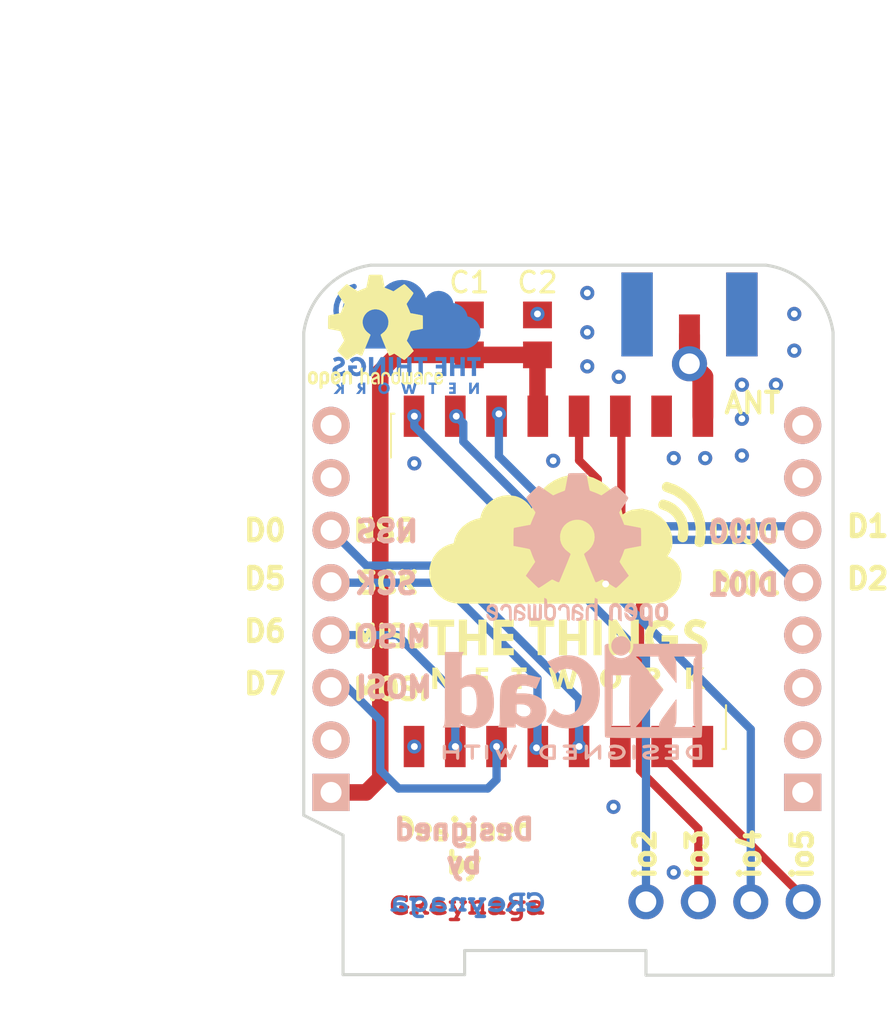
<source format=kicad_pcb>
(kicad_pcb (version 20171130) (host pcbnew "(5.1.9-0-10_14)")
  (layers (0 F.Cu signal) (31 B.Cu signal) (34 B.Paste user) (35 F.Paste user) (36 B.SilkS user) (37 F.SilkS user) (38 B.Mask user) (39 F.Mask user) (44 Edge.Cuts user))
  (net 0 "")
  (net 1 /+5V)
  (net 2 /GND)
  (net 3 /D4)
  (net 4 /D3)
  (net 5 /D2)
  (net 6 /D1)
  (net 7 /RX)
  (net 8 /TX)
  (net 9 /+3.3V)
  (net 10 /D8)
  (net 11 /D7)
  (net 12 /D6)
  (net 13 /D5)
  (net 14 /D0)
  (net 15 /A0)
  (net 16 /RST)
  (net 17 "Net-(A2-Pad1)")
  (net 18 /G2)
  (net 19 /G3)
  (net 20 /G4)
  (net 21 /G5)
  (net 22 "Net-(U1-Pad6)")
  (module WeMos_Shield_Greynaga:greynaga6-2-Cooper (layer B.Cu) (at 134.874 110.9218 180)
    (fp_text reference U5 hide)
    (fp_text value Firma_Cooper hide)
    (fp_poly (pts (xy 0.541666 0.256025) (xy 0.582283 0.249307) (xy 0.619201 0.237889) (xy 0.652882 0.221598) (xy 0.683789 0.200261) (xy 0.706817 0.179453) (xy 0.720449 0.165066) (xy 0.730749 0.152281) (xy 0.739392 0.138792) (xy 0.747414 0.123588) (xy 0.753019 0.112036) (xy 0.757798 0.101372) (xy 0.761815 0.090989) (xy 0.765138 0.080279) (xy 0.767833 0.068635) (xy 0.769964 0.05545) (xy 0.771598 0.040117) (xy 0.772801 0.022027) (xy 0.773639 0.000573) (xy 0.774178 -0.024851) (xy 0.774483 -0.054854) (xy 0.774622 -0.090042) (xy 0.774658 -0.127383) (xy 0.7747 -0.288104) (xy 0.794543 -0.290329) (xy 0.819393 -0.29518) (xy 0.839094 -0.303683) (xy 0.853802 -0.315999) (xy 0.863675 -0.332291) (xy 0.868869 -0.352721) (xy 0.86981 -0.3683) (xy 0.868119 -0.390033) (xy 0.862798 -0.407302) (xy 0.853472 -0.421093) (xy 0.847793 -0.426492) (xy 0.841924 -0.43137) (xy 0.836579 -0.435363) (xy 0.831075 -0.438559) (xy 0.824731 -0.441048) (xy 0.816863 -0.442917) (xy 0.80679 -0.444255) (xy 0.793828 -0.445151) (xy 0.777296 -0.445694) (xy 0.756512 -0.445971) (xy 0.730792 -0.446073) (xy 0.699455 -0.446087) (xy 0.579437 -0.446087) (xy 0.560387 -0.436562) (xy 0.543482 -0.426145) (xy 0.531924 -0.413911) (xy 0.524897 -0.398609) (xy 0.521583 -0.378987) (xy 0.521433 -0.376867) (xy 0.521882 -0.352619) (xy 0.526793 -0.332716) (xy 0.536407 -0.316866) (xy 0.550966 -0.304777) (xy 0.57071 -0.296159) (xy 0.592244 -0.291265) (xy 0.61595 -0.287493) (xy 0.61595 -0.142826) (xy 0.615916 -0.105545) (xy 0.61578 -0.074025) (xy 0.615484 -0.047677) (xy 0.614974 -0.025912) (xy 0.614193 -0.008142) (xy 0.613086 0.006222) (xy 0.611598 0.01777) (xy 0.609673 0.027089) (xy 0.607255 0.03477) (xy 0.604289 0.0414) (xy 0.600719 0.047569) (xy 0.597514 0.052388) (xy 0.584918 0.066241) (xy 0.567864 0.078691) (xy 0.548243 0.088456) (xy 0.540143 0.091309) (xy 0.530158 0.09379) (xy 0.51823 0.095451) (xy 0.503025 0.096408) (xy 0.483213 0.096774) (xy 0.47625 0.096786) (xy 0.457456 0.096662) (xy 0.443466 0.096213) (xy 0.432735 0.095253) (xy 0.423716 0.093594) (xy 0.414866 0.09105) (xy 0.407428 0.088455) (xy 0.382767 0.077356) (xy 0.357405 0.061589) (xy 0.330685 0.040711) (xy 0.311666 0.023614) (xy 0.282575 -0.003771) (xy 0.282575 -0.288925) (xy 0.294691 -0.288925) (xy 0.309999 -0.289977) (xy 0.326907 -0.292773) (xy 0.342803 -0.296765) (xy 0.355078 -0.30141) (xy 0.355499 -0.301623) (xy 0.372539 -0.313473) (xy 0.384505 -0.328963) (xy 0.391498 -0.34828) (xy 0.39363 -0.370579) (xy 0.391646 -0.392296) (xy 0.385483 -0.409681) (xy 0.374587 -0.423616) (xy 0.358405 -0.43498) (xy 0.350797 -0.438788) (xy 0.346721 -0.440602) (xy 0.342686 -0.442091) (xy 0.338046 -0.443291) (xy 0.332151 -0.444238) (xy 0.324352 -0.444966) (xy 0.314002 -0.445513) (xy 0.300452 -0.445913) (xy 0.283052 -0.446202) (xy 0.261156 -0.446416) (xy 0.234113 -0.446591) (xy 0.206375 -0.446737) (xy 0.171688 -0.44686) (xy 0.142846 -0.446839) (xy 0.119343 -0.446661) (xy 0.100673 -0.446315) (xy 0.086333 -0.445788) (xy 0.075816 -0.445067) (xy 0.068619 -0.444141) (xy 0.065087 -0.443302) (xy 0.043819 -0.434532) (xy 0.028148 -0.423343) (xy 0.017557 -0.409028) (xy 0.011529 -0.39088) (xy 0.009545 -0.368192) (xy 0.009542 -0.367404) (xy 0.01224 -0.345291) (xy 0.020255 -0.326437) (xy 0.033397 -0.311168) (xy 0.047725 -0.301623) (xy 0.059778 -0.296962) (xy 0.07557 -0.292929) (xy 0.092488 -0.290069) (xy 0.107922 -0.288927) (xy 0.108533 -0.288925) (xy 0.12065 -0.288925) (xy 0.12065 0.078083) (xy 0.098264 0.081922) (xy 0.084873 0.084822) (xy 0.072128 0.088584) (xy 0.063646 0.092001) (xy 0.047336 0.10368) (xy 0.035397 0.119371) (xy 0.02814 0.138204) (xy 0.025876 0.159309) (xy 0.028914 0.181817) (xy 0.030075 0.186042) (xy 0.038398 0.20338) (xy 0.052247 0.217784) (xy 0.071437 0.229232) (xy 0.07615 0.231294) (xy 0.080848 0.232938) (xy 0.086306 0.234219) (xy 0.093299 0.235195) (xy 0.1026 0.235921) (xy 0.114984 0.236456) (xy 0.131224 0.236854) (xy 0.152097 0.237174) (xy 0.178374 0.237471) (xy 0.184943 0.237539) (xy 0.282575 0.238539) (xy 0.282575 0.168113) (xy 0.302487 0.185005) (xy 0.322594 0.201315) (xy 0.340895 0.214303) (xy 0.359694 0.225486) (xy 0.378588 0.235092) (xy 0.399931 0.244297) (xy 0.420782 0.250883) (xy 0.442821 0.25518) (xy 0.46773 0.257516) (xy 0.496887 0.258218) (xy 0.541666 0.256025)) (layer B.Cu) (width 0.01))
    (fp_poly (pts (xy -2.416406 0.466363) (xy -2.390736 0.466096) (xy -2.368815 0.465653) (xy -2.350125 0.46501) (xy -2.334145 0.464142) (xy -2.320355 0.463026) (xy -2.308236 0.461638) (xy -2.297267 0.459953) (xy -2.286928 0.457947) (xy -2.2767 0.455597) (xy -2.266063 0.452878) (xy -2.262939 0.452046) (xy -2.223392 0.438724) (xy -2.186136 0.420778) (xy -2.151861 0.398756) (xy -2.121257 0.373204) (xy -2.095013 0.344671) (xy -2.07382 0.313703) (xy -2.063789 0.294124) (xy -2.05192 0.260839) (xy -2.044633 0.224872) (xy -2.042201 0.18821) (xy -2.044547 0.155179) (xy -2.052587 0.119599) (xy -2.066138 0.0863) (xy -2.085434 0.054853) (xy -2.110708 0.024825) (xy -2.120886 0.01469) (xy -2.131565 0.005111) (xy -2.144432 -0.005474) (xy -2.158425 -0.016303) (xy -2.172484 -0.026612) (xy -2.18555 -0.035637) (xy -2.196561 -0.042616) (xy -2.204457 -0.046784) (xy -2.207435 -0.047625) (xy -2.206582 -0.049686) (xy -2.201892 -0.055319) (xy -2.194107 -0.063696) (xy -2.18397 -0.073988) (xy -2.182481 -0.075459) (xy -2.138558 -0.121791) (xy -2.09578 -0.17287) (xy -2.055443 -0.227092) (xy -2.033575 -0.259506) (xy -2.014538 -0.288825) (xy -1.995488 -0.28893) (xy -1.974732 -0.290296) (xy -1.954239 -0.293867) (xy -1.935893 -0.29919) (xy -1.921579 -0.30581) (xy -1.919288 -0.307304) (xy -1.905183 -0.320228) (xy -1.896029 -0.336123) (xy -1.891478 -0.355741) (xy -1.890809 -0.3683) (xy -1.892902 -0.391429) (xy -1.899557 -0.410249) (xy -1.911035 -0.425117) (xy -1.927594 -0.436392) (xy -1.944884 -0.44313) (xy -1.951817 -0.444675) (xy -1.961551 -0.44586) (xy -1.974809 -0.446717) (xy -1.99231 -0.447283) (xy -2.014778 -0.44759) (xy -2.040264 -0.447675) (xy -2.120543 -0.447675) (xy -2.13837 -0.415911) (xy -2.156902 -0.38447) (xy -2.177684 -0.351981) (xy -2.200202 -0.31907) (xy -2.22394 -0.286366) (xy -2.248385 -0.254494) (xy -2.273022 -0.224081) (xy -2.297336 -0.195753) (xy -2.320813 -0.170139) (xy -2.342938 -0.147863) (xy -2.363198 -0.129553) (xy -2.381077 -0.115835) (xy -2.388634 -0.111081) (xy -2.405063 -0.101659) (xy -2.480469 -0.101629) (xy -2.555875 -0.1016) (xy -2.555875 -0.288925) (xy -2.520157 -0.28898) (xy -2.488974 -0.290151) (xy -2.463233 -0.293688) (xy -2.442408 -0.299781) (xy -2.425976 -0.308623) (xy -2.413412 -0.320403) (xy -2.406725 -0.33034) (xy -2.402302 -0.339676) (xy -2.399881 -0.349213) (xy -2.398944 -0.361457) (xy -2.398867 -0.3683) (xy -2.400994 -0.391286) (xy -2.407465 -0.409852) (xy -2.418428 -0.424344) (xy -2.425503 -0.430075) (xy -2.431209 -0.433917) (xy -2.436702 -0.437155) (xy -2.442557 -0.43984) (xy -2.44935 -0.442024) (xy -2.457657 -0.443757) (xy -2.468054 -0.445091) (xy -2.481116 -0.446077) (xy -2.497419 -0.446767) (xy -2.517539 -0.44721) (xy -2.542052 -0.44746) (xy -2.571532 -0.447566) (xy -2.606556 -0.44758) (xy -2.622261 -0.447571) (xy -2.657911 -0.447531) (xy -2.687794 -0.44745) (xy -2.712496 -0.447308) (xy -2.7326 -0.447085) (xy -2.74869 -0.44676) (xy -2.761351 -0.446314) (xy -2.771167 -0.445725) (xy -2.778722 -0.444975) (xy -2.784599 -0.444043) (xy -2.789384 -0.442909) (xy -2.793316 -0.441672) (xy -2.812884 -0.431968) (xy -2.827694 -0.418198) (xy -2.83757 -0.400693) (xy -2.842335 -0.379783) (xy -2.841814 -0.355799) (xy -2.841239 -0.351772) (xy -2.835234 -0.332381) (xy -2.823995 -0.316427) (xy -2.807689 -0.304011) (xy -2.786485 -0.295233) (xy -2.760552 -0.290195) (xy -2.736267 -0.288925) (xy -2.7178 -0.288925) (xy -2.7178 0.05715) (xy -2.555875 0.05715) (xy -2.505869 0.057178) (xy -2.483935 0.057417) (xy -2.459739 0.058048) (xy -2.436017 0.058981) (xy -2.415504 0.060123) (xy -2.412907 0.060304) (xy -2.379126 0.063717) (xy -2.349865 0.068941) (xy -2.323456 0.076375) (xy -2.298227 0.086415) (xy -2.292979 0.088866) (xy -2.27115 0.101276) (xy -2.251296 0.116324) (xy -2.234723 0.132839) (xy -2.222736 0.149647) (xy -2.220499 0.153988) (xy -2.215039 0.171124) (xy -2.212889 0.190639) (xy -2.214103 0.21) (xy -2.218733 0.226673) (xy -2.218978 0.227221) (xy -2.231258 0.246959) (xy -2.249071 0.264952) (xy -2.271714 0.280653) (xy -2.298487 0.293517) (xy -2.309564 0.297538) (xy -2.316509 0.299813) (xy -2.322776 0.301651) (xy -2.329131 0.303107) (xy -2.336343 0.304236) (xy -2.34518 0.305094) (xy -2.356409 0.305734) (xy -2.370797 0.306213) (xy -2.389114 0.306584) (xy -2.412126 0.306904) (xy -2.440601 0.307226) (xy -2.445544 0.30728) (xy -2.555875 0.308478) (xy -2.555875 0.05715) (xy -2.7178 0.05715) (xy -2.7178 0.307052) (xy -2.748757 0.308854) (xy -2.776947 0.312098) (xy -2.799708 0.318375) (xy -2.817308 0.327913) (xy -2.830015 0.340942) (xy -2.838098 0.357691) (xy -2.841825 0.378388) (xy -2.842155 0.388572) (xy -2.840508 0.410673) (xy -2.835405 0.428063) (xy -2.826315 0.441664) (xy -2.812708 0.452403) (xy -2.802419 0.457738) (xy -2.786063 0.465138) (xy -2.566988 0.466155) (xy -2.521118 0.46635) (xy -2.481077 0.466466) (xy -2.446347 0.466478) (xy -2.416406 0.466363)) (layer B.Cu) (width 0.01))
    (fp_poly (pts (xy -2.975093 0.487295) (xy -2.958806 0.481562) (xy -2.949319 0.475332) (xy -2.941943 0.467039) (xy -2.935288 0.455604) (xy -2.925763 0.437033) (xy -2.924772 0.33272) (xy -2.924535 0.302881) (xy -2.924464 0.278668) (xy -2.924582 0.259358) (xy -2.924912 0.24423) (xy -2.925478 0.23256) (xy -2.926303 0.223626) (xy -2.92741 0.216705) (xy -2.928657 0.211636) (xy -2.936615 0.191227) (xy -2.947388 0.176183) (xy -2.961588 0.166054) (xy -2.97983 0.160395) (xy -3.00115 0.15875) (xy -3.015042 0.159329) (xy -3.027563 0.160863) (xy -3.036265 0.163049) (xy -3.036434 0.163119) (xy -3.047557 0.169857) (xy -3.057357 0.180526) (xy -3.066178 0.195727) (xy -3.074367 0.216059) (xy -3.082271 0.242122) (xy -3.082516 0.243032) (xy -3.090338 0.260301) (xy -3.10375 0.276127) (xy -3.122115 0.29031) (xy -3.144795 0.302648) (xy -3.171152 0.312939) (xy -3.20055 0.320983) (xy -3.232351 0.326578) (xy -3.265917 0.329523) (xy -3.30061 0.329616) (xy -3.335795 0.326657) (xy -3.343834 0.325532) (xy -3.385635 0.316345) (xy -3.424127 0.30205) (xy -3.458992 0.282944) (xy -3.489912 0.259323) (xy -3.516568 0.231483) (xy -3.538642 0.199723) (xy -3.555816 0.164337) (xy -3.567772 0.125624) (xy -3.570044 0.114744) (xy -3.571827 0.10144) (xy -3.573253 0.083102) (xy -3.57432 0.060872) (xy -3.575029 0.035891) (xy -3.57538 0.0093) (xy -3.575372 -0.017759) (xy -3.575007 -0.044145) (xy -3.574284 -0.068716) (xy -3.573203 -0.090331) (xy -3.571763 -0.107849) (xy -3.570036 -0.119792) (xy -3.559542 -0.157609) (xy -3.544526 -0.191143) (xy -3.524917 -0.220455) (xy -3.500642 -0.245602) (xy -3.47163 -0.266643) (xy -3.437807 -0.283638) (xy -3.399103 -0.296646) (xy -3.355445 -0.305725) (xy -3.340184 -0.307839) (xy -3.296209 -0.311049) (xy -3.250528 -0.310329) (xy -3.20481 -0.305863) (xy -3.160728 -0.297839) (xy -3.119951 -0.286441) (xy -3.107532 -0.281981) (xy -3.082925 -0.272588) (xy -3.082925 -0.168902) (xy -3.177382 -0.167493) (xy -3.207581 -0.166968) (xy -3.23221 -0.166312) (xy -3.252047 -0.165416) (xy -3.267871 -0.164173) (xy -3.280462 -0.162474) (xy -3.290598 -0.16021) (xy -3.299059 -0.157273) (xy -3.306624 -0.153554) (xy -3.314072 -0.148946) (xy -3.314981 -0.148337) (xy -3.327733 -0.136063) (xy -3.336758 -0.1195) (xy -3.341742 -0.099714) (xy -3.342371 -0.077769) (xy -3.340243 -0.062601) (xy -3.334333 -0.045383) (xy -3.324127 -0.031763) (xy -3.308908 -0.020956) (xy -3.297238 -0.015561) (xy -3.278188 -0.007937) (xy -3.103563 -0.007937) (xy -3.065399 -0.007952) (xy -3.033039 -0.008006) (xy -3.005937 -0.008116) (xy -2.983548 -0.008298) (xy -2.965326 -0.008567) (xy -2.950726 -0.00894) (xy -2.939201 -0.009432) (xy -2.930206 -0.01006) (xy -2.923195 -0.01084) (xy -2.917622 -0.011787) (xy -2.912943 -0.012917) (xy -2.910696 -0.013578) (xy -2.890083 -0.022765) (xy -2.874327 -0.035933) (xy -2.863638 -0.052803) (xy -2.858229 -0.073095) (xy -2.85757 -0.083769) (xy -2.859763 -0.107377) (xy -2.866709 -0.126916) (xy -2.878668 -0.142806) (xy -2.895902 -0.155468) (xy -2.904925 -0.159991) (xy -2.924175 -0.168631) (xy -2.924175 -0.375067) (xy -2.969419 -0.396749) (xy -3.009386 -0.415152) (xy -3.045798 -0.430222) (xy -3.080147 -0.442481) (xy -3.113923 -0.452453) (xy -3.148617 -0.460659) (xy -3.15595 -0.462166) (xy -3.16877 -0.464021) (xy -3.186689 -0.465616) (xy -3.20846 -0.466925) (xy -3.232837 -0.467923) (xy -3.258574 -0.468583) (xy -3.284424 -0.468881) (xy -3.30914 -0.468791) (xy -3.331476 -0.468287) (xy -3.350186 -0.467343) (xy -3.360738 -0.466374) (xy -3.400872 -0.459972) (xy -3.441506 -0.450536) (xy -3.480867 -0.438591) (xy -3.517182 -0.424665) (xy -3.5433 -0.412211) (xy -3.581697 -0.388292) (xy -3.616534 -0.359389) (xy -3.647516 -0.325966) (xy -3.674347 -0.288485) (xy -3.696729 -0.24741) (xy -3.714366 -0.203205) (xy -3.726961 -0.156333) (xy -3.733458 -0.114969) (xy -3.734743 -0.098693) (xy -3.735726 -0.07743) (xy -3.736407 -0.052535) (xy -3.736784 -0.025364) (xy -3.736855 0.002728) (xy -3.736619 0.030384) (xy -3.736076 0.05625) (xy -3.735224 0.07897) (xy -3.734061 0.097188) (xy -3.733661 0.101478) (xy -3.726428 0.147428) (xy -3.714482 0.192508) (xy -3.698377 0.234713) (xy -3.694442 0.243181) (xy -3.679115 0.2729) (xy -3.663221 0.298868) (xy -3.645405 0.322983) (xy -3.624309 0.347143) (xy -3.608401 0.363565) (xy -3.572999 0.395891) (xy -3.536593 0.422723) (xy -3.498131 0.444629) (xy -3.456562 0.462179) (xy -3.410835 0.475941) (xy -3.393086 0.480092) (xy -3.381359 0.482485) (xy -3.3703 0.484278) (xy -3.35869 0.485554) (xy -3.34531 0.486397) (xy -3.32894 0.486888) (xy -3.308361 0.487112) (xy -3.2893 0.487154) (xy -3.262238 0.487018) (xy -3.240367 0.486563) (xy -3.222533 0.485724) (xy -3.207583 0.484438) (xy -3.194363 0.482641) (xy -3.187912 0.481506) (xy -3.161803 0.475687) (xy -3.133885 0.467947) (xy -3.106775 0.459083) (xy -3.08309 0.44989) (xy -3.080845 0.44891) (xy -3.069119 0.444359) (xy -3.062617 0.443384) (xy -3.061261 0.444407) (xy -3.056855 0.452384) (xy -3.049086 0.462197) (xy -3.039707 0.471925) (xy -3.030471 0.479645) (xy -3.027215 0.481736) (xy -3.011716 0.487398) (xy -2.993541 0.489249) (xy -2.975093 0.487295)) (layer B.Cu) (width 0.01))
    (fp_poly (pts (xy 3.294858 0.257621) (xy 3.341954 0.252197) (xy 3.38518 0.242867) (xy 3.402012 0.237772) (xy 3.436003 0.223973) (xy 3.467184 0.206312) (xy 3.494769 0.185419) (xy 3.517974 0.161921) (xy 3.536013 0.136446) (xy 3.541395 0.126285) (xy 3.545654 0.117278) (xy 3.54929 0.108953) (xy 3.552352 0.100739) (xy 3.55489 0.092067) (xy 3.556952 0.082365) (xy 3.558589 0.071063) (xy 3.55985 0.057591) (xy 3.560784 0.041378) (xy 3.561441 0.021853) (xy 3.56187 -0.001554) (xy 3.562122 -0.029413) (xy 3.562245 -0.062295) (xy 3.562289 -0.100771) (xy 3.562294 -0.114615) (xy 3.56235 -0.287968) (xy 3.594893 -0.28985) (xy 3.621936 -0.292687) (xy 3.643675 -0.297948) (xy 3.660798 -0.305953) (xy 3.673993 -0.317022) (xy 3.683789 -0.331177) (xy 3.687692 -0.340056) (xy 3.689888 -0.349785) (xy 3.690779 -0.362577) (xy 3.690861 -0.370205) (xy 3.690601 -0.383815) (xy 3.68948 -0.393359) (xy 3.68697 -0.401109) (xy 3.68254 -0.409343) (xy 3.681263 -0.411432) (xy 3.672979 -0.422518) (xy 3.662714 -0.430963) (xy 3.652965 -0.436513) (xy 3.634254 -0.446087) (xy 3.517339 -0.447027) (xy 3.400425 -0.447967) (xy 3.400425 -0.416005) (xy 3.382168 -0.424348) (xy 3.355535 -0.43536) (xy 3.325186 -0.445986) (xy 3.293738 -0.455377) (xy 3.2639 -0.462666) (xy 3.243479 -0.466117) (xy 3.219027 -0.468859) (xy 3.192034 -0.470848) (xy 3.163992 -0.472042) (xy 3.136394 -0.472396) (xy 3.110731 -0.471866) (xy 3.088496 -0.470409) (xy 3.072574 -0.468256) (xy 3.032734 -0.458251) (xy 2.995754 -0.444045) (xy 2.962133 -0.426029) (xy 2.932371 -0.404591) (xy 2.906968 -0.380122) (xy 2.886423 -0.353011) (xy 2.871235 -0.323647) (xy 2.865345 -0.306672) (xy 2.861971 -0.288572) (xy 2.860719 -0.266682) (xy 2.861109 -0.254683) (xy 3.029019 -0.254683) (xy 3.031999 -0.267425) (xy 3.04061 -0.279693) (xy 3.054137 -0.290927) (xy 3.071861 -0.300573) (xy 3.093065 -0.308072) (xy 3.100075 -0.309838) (xy 3.116978 -0.312315) (xy 3.138383 -0.313322) (xy 3.162636 -0.312936) (xy 3.188079 -0.311231) (xy 3.213056 -0.308282) (xy 3.23591 -0.304163) (xy 3.2385 -0.303578) (xy 3.272125 -0.294668) (xy 3.304021 -0.283706) (xy 3.336441 -0.269843) (xy 3.363912 -0.256278) (xy 3.402012 -0.236535) (xy 3.402901 -0.197985) (xy 3.403789 -0.159434) (xy 3.383769 -0.155948) (xy 3.345818 -0.15026) (xy 3.307644 -0.146262) (xy 3.270307 -0.143974) (xy 3.234865 -0.143412) (xy 3.202375 -0.144595) (xy 3.173896 -0.147539) (xy 3.151187 -0.152073) (xy 3.121762 -0.161732) (xy 3.095407 -0.173897) (xy 3.072674 -0.188104) (xy 3.054117 -0.203888) (xy 3.040288 -0.220785) (xy 3.031742 -0.238329) (xy 3.029019 -0.254683) (xy 2.861109 -0.254683) (xy 2.861484 -0.24316) (xy 2.864159 -0.220161) (xy 2.868639 -0.199843) (xy 2.870928 -0.192908) (xy 2.881721 -0.168052) (xy 2.894927 -0.145837) (xy 2.911823 -0.124316) (xy 2.925762 -0.109402) (xy 2.9586 -0.079726) (xy 2.994063 -0.05486) (xy 3.032769 -0.034495) (xy 3.075341 -0.018322) (xy 3.122396 -0.006032) (xy 3.14001 -0.002596) (xy 3.165339 0.00081) (xy 3.195398 0.002976) (xy 3.228698 0.003935) (xy 3.263746 0.00372) (xy 3.299053 0.002366) (xy 3.333129 -0.000095) (xy 3.364481 -0.003629) (xy 3.391621 -0.008203) (xy 3.391693 -0.008218) (xy 3.400425 -0.010029) (xy 3.400425 0.015781) (xy 3.399749 0.033039) (xy 3.397256 0.045871) (xy 3.392244 0.056103) (xy 3.384011 0.065562) (xy 3.379831 0.069386) (xy 3.36453 0.080022) (xy 3.345487 0.088111) (xy 3.322145 0.093782) (xy 3.293949 0.097168) (xy 3.260344 0.098397) (xy 3.256476 0.098407) (xy 3.236862 0.098117) (xy 3.218066 0.097164) (xy 3.1989 0.095392) (xy 3.178171 0.092648) (xy 3.15469 0.088776) (xy 3.127266 0.083623) (xy 3.099768 0.078079) (xy 3.069938 0.072148) (xy 3.045451 0.067873) (xy 3.025514 0.065281) (xy 3.009331 0.064399) (xy 2.996109 0.065257) (xy 2.985052 0.06788) (xy 2.975368 0.072297) (xy 2.966261 0.078536) (xy 2.961021 0.08292) (xy 2.94773 0.098515) (xy 2.938933 0.117116) (xy 2.934788 0.137338) (xy 2.935455 0.157799) (xy 2.941092 0.177114) (xy 2.948734 0.19009) (xy 2.955435 0.197112) (xy 2.964864 0.203612) (xy 2.977817 0.20996) (xy 2.995093 0.216521) (xy 3.017487 0.223665) (xy 3.02869 0.22695) (xy 3.083408 0.240714) (xy 3.138166 0.250686) (xy 3.192182 0.256843) (xy 3.244673 0.259162) (xy 3.294858 0.257621)) (layer B.Cu) (width 0.01))
    (fp_poly (pts (xy 1.428856 0.256821) (xy 1.476526 0.249673) (xy 1.520116 0.238011) (xy 1.559457 0.221869) (xy 1.589647 0.204507) (xy 1.617347 0.183124) (xy 1.639714 0.159154) (xy 1.657527 0.131732) (xy 1.660782 0.125413) (xy 1.665257 0.116146) (xy 1.669079 0.107452) (xy 1.672301 0.09876) (xy 1.674973 0.089501) (xy 1.677148 0.079104) (xy 1.678875 0.066997) (xy 1.680206 0.05261) (xy 1.681193 0.035373) (xy 1.681886 0.014716) (xy 1.682337 -0.009933) (xy 1.682597 -0.039145) (xy 1.682717 -0.073488) (xy 1.682749 -0.113535) (xy 1.68275 -0.119341) (xy 1.68275 -0.288925) (xy 1.702804 -0.288925) (xy 1.733296 -0.290827) (xy 1.75879 -0.29652) (xy 1.779249 -0.305983) (xy 1.794638 -0.319196) (xy 1.804924 -0.336136) (xy 1.80951 -0.352706) (xy 1.810795 -0.376668) (xy 1.806711 -0.397901) (xy 1.797525 -0.415939) (xy 1.783502 -0.430314) (xy 1.764908 -0.440559) (xy 1.758223 -0.442834) (xy 1.752573 -0.444186) (xy 1.745234 -0.445274) (xy 1.73553 -0.446122) (xy 1.722785 -0.446756) (xy 1.706324 -0.447203) (xy 1.685472 -0.447488) (xy 1.659553 -0.447636) (xy 1.631373 -0.447675) (xy 1.520825 -0.447675) (xy 1.520825 -0.4318) (xy 1.52052 -0.422741) (xy 1.519741 -0.416993) (xy 1.519131 -0.415925) (xy 1.515573 -0.417244) (xy 1.50827 -0.420628) (xy 1.502463 -0.423502) (xy 1.478277 -0.434233) (xy 1.4495 -0.444525) (xy 1.417888 -0.453867) (xy 1.3852 -0.461746) (xy 1.353192 -0.467651) (xy 1.34849 -0.468345) (xy 1.33283 -0.470022) (xy 1.313249 -0.471293) (xy 1.291257 -0.472141) (xy 1.268364 -0.472552) (xy 1.24608 -0.472509) (xy 1.225914 -0.471998) (xy 1.209379 -0.471002) (xy 1.199894 -0.469866) (xy 1.157188 -0.459891) (xy 1.117465 -0.445055) (xy 1.081304 -0.42565) (xy 1.049282 -0.40197) (xy 1.031207 -0.384683) (xy 1.011064 -0.360917) (xy 0.996427 -0.337626) (xy 0.986733 -0.313412) (xy 0.981421 -0.286878) (xy 0.979924 -0.257175) (xy 0.980016 -0.252945) (xy 1.14935 -0.252945) (xy 1.152401 -0.268023) (xy 1.161357 -0.281504) (xy 1.175915 -0.293142) (xy 1.195775 -0.302695) (xy 1.2192 -0.309599) (xy 1.234037 -0.311765) (xy 1.253394 -0.31286) (xy 1.27554 -0.312925) (xy 1.298742 -0.312004) (xy 1.32127 -0.310139) (xy 1.341391 -0.307373) (xy 1.3462 -0.306475) (xy 1.39137 -0.294747) (xy 1.438463 -0.277309) (xy 1.477962 -0.258978) (xy 1.522412 -0.236537) (xy 1.523303 -0.197643) (xy 1.523455 -0.182774) (xy 1.523219 -0.170526) (xy 1.522646 -0.162114) (xy 1.521784 -0.158752) (xy 1.521716 -0.158737) (xy 1.517664 -0.158262) (xy 1.508898 -0.157) (xy 1.496973 -0.15518) (xy 1.490662 -0.154187) (xy 1.44561 -0.148105) (xy 1.402614 -0.144411) (xy 1.362432 -0.143107) (xy 1.325823 -0.144194) (xy 1.293547 -0.147673) (xy 1.266361 -0.153545) (xy 1.265355 -0.15384) (xy 1.235143 -0.164537) (xy 1.208748 -0.177388) (xy 1.186624 -0.192004) (xy 1.169224 -0.207999) (xy 1.157002 -0.224985) (xy 1.150412 -0.242573) (xy 1.14935 -0.252945) (xy 0.980016 -0.252945) (xy 0.980298 -0.240122) (xy 0.98148 -0.226853) (xy 0.983876 -0.214814) (xy 0.987894 -0.201452) (xy 0.98959 -0.196476) (xy 1.003199 -0.165337) (xy 1.021896 -0.136246) (xy 1.046221 -0.108408) (xy 1.055562 -0.099372) (xy 1.09097 -0.070295) (xy 1.129688 -0.04606) (xy 1.172072 -0.026507) (xy 1.218477 -0.011476) (xy 1.269258 -0.000806) (xy 1.276731 0.000348) (xy 1.298598 0.002623) (xy 1.32528 0.003866) (xy 1.355334 0.004131) (xy 1.387319 0.00347) (xy 1.419792 0.001939) (xy 1.451312 -0.000411) (xy 1.480437 -0.003524) (xy 1.505724 -0.007348) (xy 1.511041 -0.008362) (xy 1.521491 -0.010452) (xy 1.520364 0.018297) (xy 1.519646 0.032363) (xy 1.518497 0.041899) (xy 1.516434 0.048724) (xy 1.51297 0.054657) (xy 1.509463 0.059242) (xy 1.495116 0.072907) (xy 1.476243 0.083559) (xy 1.452554 0.091285) (xy 1.423758 0.096173) (xy 1.389564 0.098308) (xy 1.378313 0.098426) (xy 1.359754 0.09825) (xy 1.342881 0.097623) (xy 1.326499 0.096392) (xy 1.309415 0.094403) (xy 1.290437 0.091503) (xy 1.26837 0.087541) (xy 1.242022 0.082364) (xy 1.223962 0.078672) (xy 1.18993 0.072129) (xy 1.161473 0.067733) (xy 1.138197 0.065458) (xy 1.11971 0.06528) (xy 1.10562 0.067174) (xy 1.096505 0.070556) (xy 1.078567 0.083787) (xy 1.065414 0.101054) (xy 1.057321 0.12192) (xy 1.054997 0.136128) (xy 1.055197 0.157779) (xy 1.060241 0.175872) (xy 1.070408 0.191261) (xy 1.074296 0.195283) (xy 1.080508 0.200754) (xy 1.087219 0.205266) (xy 1.095721 0.209416) (xy 1.107304 0.213803) (xy 1.123262 0.219025) (xy 1.130341 0.22123) (xy 1.167335 0.232086) (xy 1.200908 0.240569) (xy 1.233239 0.247091) (xy 1.266504 0.252063) (xy 1.302881 0.255897) (xy 1.321948 0.257444) (xy 1.377274 0.259422) (xy 1.428856 0.256821)) (layer B.Cu) (width 0.01))
    (fp_poly (pts (xy -1.408884 0.257616) (xy -1.361811 0.251717) (xy -1.316582 0.241517) (xy -1.274176 0.227096) (xy -1.235576 0.208538) (xy -1.231663 0.206282) (xy -1.193234 0.180751) (xy -1.158048 0.151405) (xy -1.126801 0.119003) (xy -1.100187 0.084301) (xy -1.078901 0.048055) (xy -1.071275 0.031514) (xy -1.059737 0.0002) (xy -1.051198 -0.032397) (xy -1.045448 -0.067499) (xy -1.042278 -0.106327) (xy -1.041456 -0.142081) (xy -1.0414 -0.180975) (xy -1.360828 -0.180975) (xy -1.412944 -0.180979) (xy -1.459072 -0.180996) (xy -1.499572 -0.181032) (xy -1.534805 -0.181093) (xy -1.565133 -0.181186) (xy -1.590917 -0.181317) (xy -1.612518 -0.181492) (xy -1.630298 -0.181718) (xy -1.644616 -0.182001) (xy -1.655836 -0.182347) (xy -1.664317 -0.182763) (xy -1.670421 -0.183255) (xy -1.674509 -0.183829) (xy -1.676942 -0.184491) (xy -1.678082 -0.185249) (xy -1.678289 -0.186107) (xy -1.678174 -0.186531) (xy -1.671496 -0.200203) (xy -1.661311 -0.216052) (xy -1.648966 -0.232159) (xy -1.636229 -0.246189) (xy -1.610802 -0.267167) (xy -1.580554 -0.284372) (xy -1.545825 -0.297727) (xy -1.506959 -0.307153) (xy -1.464296 -0.312574) (xy -1.418179 -0.313913) (xy -1.36895 -0.311091) (xy -1.355706 -0.309669) (xy -1.334965 -0.30702) (xy -1.314825 -0.303943) (xy -1.294033 -0.300189) (xy -1.271337 -0.295512) (xy -1.245483 -0.289662) (xy -1.215219 -0.28239) (xy -1.203325 -0.279456) (xy -1.1737 -0.272452) (xy -1.149278 -0.26756) (xy -1.129268 -0.264795) (xy -1.112882 -0.264171) (xy -1.099328 -0.265705) (xy -1.087817 -0.269409) (xy -1.077558 -0.2753) (xy -1.069331 -0.281947) (xy -1.055379 -0.297442) (xy -1.046986 -0.314322) (xy -1.043442 -0.334167) (xy -1.043226 -0.340242) (xy -1.043464 -0.352597) (xy -1.044994 -0.361271) (xy -1.048528 -0.368904) (xy -1.052647 -0.375143) (xy -1.063306 -0.387692) (xy -1.077153 -0.399173) (xy -1.094791 -0.409897) (xy -1.116823 -0.420176) (xy -1.143853 -0.43032) (xy -1.176484 -0.44064) (xy -1.183825 -0.442778) (xy -1.223396 -0.452649) (xy -1.267301 -0.460885) (xy -1.313665 -0.467163) (xy -1.340817 -0.469769) (xy -1.356393 -0.47074) (xy -1.375934 -0.471511) (xy -1.398094 -0.472072) (xy -1.421527 -0.472415) (xy -1.444888 -0.472531) (xy -1.466831 -0.47241) (xy -1.486011 -0.472045) (xy -1.50108 -0.471425) (xy -1.508125 -0.470873) (xy -1.516117 -0.469732) (xy -1.528291 -0.46766) (xy -1.542611 -0.465013) (xy -1.550106 -0.463552) (xy -1.599358 -0.451004) (xy -1.644675 -0.433627) (xy -1.686502 -0.411187) (xy -1.725285 -0.38345) (xy -1.756018 -0.355708) (xy -1.786311 -0.321967) (xy -1.810718 -0.286688) (xy -1.829543 -0.249217) (xy -1.843087 -0.208903) (xy -1.851654 -0.165092) (xy -1.853931 -0.144462) (xy -1.855328 -0.095106) (xy -1.850816 -0.047855) (xy -1.848571 -0.0381) (xy -1.676119 -0.0381) (xy -1.221687 -0.0381) (xy -1.223806 -0.029368) (xy -1.228653 -0.01689) (xy -1.237265 -0.001973) (xy -1.24855 0.013736) (xy -1.261411 0.028588) (xy -1.264208 0.031443) (xy -1.282702 0.047225) (xy -1.305178 0.062278) (xy -1.329307 0.075174) (xy -1.348035 0.082905) (xy -1.383927 0.092574) (xy -1.422591 0.097717) (xy -1.462392 0.098351) (xy -1.501697 0.094495) (xy -1.538871 0.086165) (xy -1.555138 0.080711) (xy -1.584353 0.067265) (xy -1.611047 0.050178) (xy -1.634358 0.030234) (xy -1.653424 0.00822) (xy -1.667383 -0.015079) (xy -1.671691 -0.02555) (xy -1.676119 -0.0381) (xy -1.848571 -0.0381) (xy -1.840468 -0.002893) (xy -1.824358 0.039595) (xy -1.802559 0.079424) (xy -1.775146 0.116407) (xy -1.742191 0.150361) (xy -1.733694 0.157843) (xy -1.700335 0.184115) (xy -1.6671 0.205417) (xy -1.632131 0.222813) (xy -1.595982 0.236565) (xy -1.551349 0.248687) (xy -1.504633 0.256182) (xy -1.456818 0.259131) (xy -1.408884 0.257616)) (layer B.Cu) (width 0.01))
    (fp_poly (pts (xy 2.298534 0.25834) (xy 2.315568 0.258055) (xy 2.328899 0.257446) (xy 2.33985 0.256395) (xy 2.349745 0.254781) (xy 2.359907 0.252486) (xy 2.369203 0.250056) (xy 2.403796 0.238621) (xy 2.437402 0.223561) (xy 2.467646 0.205971) (xy 2.473325 0.202075) (xy 2.493962 0.187471) (xy 2.495806 0.238125) (xy 2.601884 0.238125) (xy 2.631271 0.238021) (xy 2.657886 0.237718) (xy 2.681039 0.237238) (xy 2.700037 0.236599) (xy 2.714189 0.23582) (xy 2.722803 0.234921) (xy 2.723681 0.234754) (xy 2.745043 0.227352) (xy 2.762234 0.215493) (xy 2.774811 0.199705) (xy 2.782334 0.180517) (xy 2.784426 0.161925) (xy 2.782846 0.14114) (xy 2.777738 0.124407) (xy 2.768598 0.110196) (xy 2.766774 0.108105) (xy 2.753977 0.096772) (xy 2.738485 0.088636) (xy 2.71925 0.083317) (xy 2.695225 0.08043) (xy 2.690143 0.080131) (xy 2.657475 0.078464) (xy 2.657472 -0.198099) (xy 2.65745 -0.251492) (xy 2.657375 -0.298947) (xy 2.657234 -0.340873) (xy 2.65701 -0.377681) (xy 2.65669 -0.409784) (xy 2.656259 -0.437591) (xy 2.655702 -0.461513) (xy 2.655004 -0.481962) (xy 2.654151 -0.499348) (xy 2.653128 -0.514082) (xy 2.651921 -0.526575) (xy 2.650514 -0.537238) (xy 2.648893 -0.546482) (xy 2.647044 -0.554717) (xy 2.644952 -0.562355) (xy 2.644403 -0.564174) (xy 2.629544 -0.602047) (xy 2.609301 -0.636917) (xy 2.584068 -0.668414) (xy 2.55424 -0.69617) (xy 2.520211 -0.719814) (xy 2.482375 -0.738978) (xy 2.443162 -0.752725) (xy 2.436709 -0.754473) (xy 2.430475 -0.755916) (xy 2.423785 -0.757089) (xy 2.415963 -0.758026) (xy 2.406333 -0.758759) (xy 2.394222 -0.759324) (xy 2.378953 -0.759753) (xy 2.359852 -0.76008) (xy 2.336242 -0.760339) (xy 2.307451 -0.760564) (xy 2.282825 -0.760725) (xy 2.253366 -0.760841) (xy 2.225627 -0.760817) (xy 2.200323 -0.760662) (xy 2.178173 -0.760387) (xy 2.159892 -0.760002) (xy 2.146198 -0.759517) (xy 2.137808 -0.758942) (xy 2.135931 -0.758652) (xy 2.1138 -0.750639) (xy 2.096359 -0.738692) (xy 2.083873 -0.723059) (xy 2.076606 -0.703986) (xy 2.076411 -0.703074) (xy 2.074017 -0.680178) (xy 2.07635 -0.65889) (xy 2.083143 -0.640308) (xy 2.094134 -0.625533) (xy 2.095312 -0.624434) (xy 2.101581 -0.619288) (xy 2.108372 -0.615037) (xy 2.116334 -0.611596) (xy 2.126111 -0.608884) (xy 2.138351 -0.606816) (xy 2.153698 -0.60531) (xy 2.1728 -0.604281) (xy 2.196303 -0.603646) (xy 2.224852 -0.603322) (xy 2.259094 -0.603226) (xy 2.259639 -0.603226) (xy 2.293581 -0.60314) (xy 2.321897 -0.602854) (xy 2.345308 -0.602301) (xy 2.364535 -0.601413) (xy 2.3803 -0.600124) (xy 2.393324 -0.598367) (xy 2.404331 -0.596074) (xy 2.41404 -0.593178) (xy 2.423174 -0.589611) (xy 2.427679 -0.587589) (xy 2.450436 -0.574346) (xy 2.468276 -0.557734) (xy 2.482129 -0.53686) (xy 2.483613 -0.533936) (xy 2.493962 -0.51293) (xy 2.496062 -0.39629) (xy 2.476351 -0.409675) (xy 2.45242 -0.424131) (xy 2.424696 -0.437949) (xy 2.395717 -0.449972) (xy 2.368438 -0.458924) (xy 2.336962 -0.46546) (xy 2.301649 -0.469053) (xy 2.264274 -0.469732) (xy 2.226612 -0.467527) (xy 2.190438 -0.462466) (xy 2.160587 -0.455485) (xy 2.11806 -0.440021) (xy 2.077996 -0.419181) (xy 2.040916 -0.393493) (xy 2.00734 -0.363488) (xy 1.977786 -0.329695) (xy 1.952775 -0.292643) (xy 1.932827 -0.252861) (xy 1.91846 -0.21088) (xy 1.917725 -0.20806) (xy 1.90826 -0.159106) (xy 1.904761 -0.110127) (xy 1.905027 -0.104775) (xy 2.065954 -0.104775) (xy 2.068858 -0.140612) (xy 2.077508 -0.173789) (xy 2.091978 -0.204503) (xy 2.112346 -0.232953) (xy 2.116739 -0.237954) (xy 2.14423 -0.263816) (xy 2.174718 -0.284214) (xy 2.207705 -0.298986) (xy 2.242695 -0.307971) (xy 2.279192 -0.311008) (xy 2.3167 -0.307936) (xy 2.326615 -0.306105) (xy 2.36061 -0.296076) (xy 2.392188 -0.280813) (xy 2.420722 -0.260909) (xy 2.445585 -0.236957) (xy 2.46615 -0.209549) (xy 2.48179 -0.179279) (xy 2.491015 -0.150607) (xy 2.494695 -0.125339) (xy 2.494994 -0.097443) (xy 2.492054 -0.069575) (xy 2.486018 -0.044388) (xy 2.485168 -0.041888) (xy 2.470719 -0.010068) (xy 2.451201 0.018668) (xy 2.42733 0.043864) (xy 2.399818 0.065063) (xy 2.369378 0.081808) (xy 2.336726 0.093642) (xy 2.302573 0.100108) (xy 2.267634 0.10075) (xy 2.262968 0.100372) (xy 2.242854 0.097969) (xy 2.225709 0.094464) (xy 2.2091 0.089167) (xy 2.190595 0.081384) (xy 2.181909 0.077321) (xy 2.166722 0.069591) (xy 2.154358 0.061898) (xy 2.14269 0.052708) (xy 2.129592 0.040489) (xy 2.126248 0.037183) (xy 2.10297 0.010829) (xy 2.085675 -0.016252) (xy 2.073996 -0.044923) (xy 2.067566 -0.076046) (xy 2.065954 -0.104775) (xy 1.905027 -0.104775) (xy 1.907175 -0.061724) (xy 1.915448 -0.014499) (xy 1.929527 0.030949) (xy 1.941517 0.058738) (xy 1.954606 0.083855) (xy 1.968412 0.105838) (xy 1.984209 0.12639) (xy 2.003274 0.147216) (xy 2.019984 0.163567) (xy 2.055129 0.193004) (xy 2.092676 0.216936) (xy 2.133342 0.235743) (xy 2.177844 0.249808) (xy 2.185798 0.251744) (xy 2.197382 0.254219) (xy 2.208675 0.256017) (xy 2.221017 0.257238) (xy 2.235749 0.257979) (xy 2.254212 0.25834) (xy 2.276475 0.258421) (xy 2.298534 0.25834)) (layer B.Cu) (width 0.01))
    (fp_poly (pts (xy -0.69325 0.237887) (xy -0.678291 0.237691) (xy -0.66664 0.237282) (xy -0.657538 0.236627) (xy -0.650225 0.235693) (xy -0.64394 0.234449) (xy -0.637923 0.232859) (xy -0.634635 0.231882) (xy -0.615263 0.22408) (xy -0.600966 0.213639) (xy -0.59135 0.199927) (xy -0.586023 0.18231) (xy -0.584591 0.160153) (xy -0.584904 0.151778) (xy -0.586199 0.13733) (xy -0.588509 0.12693) (xy -0.592441 0.118285) (xy -0.594707 0.114647) (xy -0.607869 0.100444) (xy -0.626089 0.089721) (xy -0.648974 0.082707) (xy -0.650875 0.082335) (xy -0.661479 0.080264) (xy -0.669231 0.078614) (xy -0.672399 0.07776) (xy -0.671249 0.074838) (xy -0.667473 0.066881) (xy -0.661377 0.054486) (xy -0.653269 0.038249) (xy -0.643454 0.018768) (xy -0.63224 -0.00336) (xy -0.619933 -0.027539) (xy -0.60684 -0.053171) (xy -0.593268 -0.079659) (xy -0.579523 -0.106407) (xy -0.565912 -0.132818) (xy -0.552742 -0.158294) (xy -0.540319 -0.182239) (xy -0.528951 -0.204056) (xy -0.518943 -0.223148) (xy -0.510604 -0.238918) (xy -0.504238 -0.250768) (xy -0.500153 -0.258103) (xy -0.498679 -0.26035) (xy -0.496798 -0.25763) (xy -0.492187 -0.249795) (xy -0.485113 -0.237325) (xy -0.475841 -0.220703) (xy -0.464639 -0.200411) (xy -0.451772 -0.176931) (xy -0.437506 -0.150747) (xy -0.422108 -0.122339) (xy -0.405844 -0.092191) (xy -0.405354 -0.091281) (xy -0.314371 0.077788) (xy -0.332491 0.08014) (xy -0.358579 0.085731) (xy -0.379576 0.095037) (xy -0.395432 0.108002) (xy -0.406098 0.124572) (xy -0.411524 0.144689) (xy -0.41166 0.1683) (xy -0.411596 0.168929) (xy -0.408557 0.186228) (xy -0.40288 0.199769) (xy -0.393456 0.211955) (xy -0.390298 0.215157) (xy -0.384691 0.220382) (xy -0.379135 0.22467) (xy -0.372953 0.228119) (xy -0.365468 0.230831) (xy -0.356001 0.232906) (xy -0.343874 0.234444) (xy -0.328412 0.235545) (xy -0.308935 0.236311) (xy -0.284765 0.23684) (xy -0.255227 0.237234) (xy -0.240113 0.237392) (xy -0.21045 0.237672) (xy -0.186384 0.237834) (xy -0.167164 0.237846) (xy -0.152035 0.237677) (xy -0.140247 0.237297) (xy -0.131048 0.236672) (xy -0.123684 0.235774) (xy -0.117403 0.234569) (xy -0.111454 0.233027) (xy -0.107577 0.23188) (xy -0.087593 0.223579) (xy -0.072998 0.212296) (xy -0.063402 0.197681) (xy -0.06049 0.189501) (xy -0.057849 0.17361) (xy -0.057623 0.155516) (xy -0.059639 0.137721) (xy -0.063724 0.12273) (xy -0.065373 0.119063) (xy -0.075174 0.106022) (xy -0.089612 0.094665) (xy -0.106996 0.086122) (xy -0.120123 0.082401) (xy -0.138306 0.078824) (xy -0.316803 -0.260292) (xy -0.339526 -0.303472) (xy -0.361409 -0.345083) (xy -0.382275 -0.384779) (xy -0.401941 -0.422217) (xy -0.420228 -0.457053) (xy -0.436955 -0.488941) (xy -0.451942 -0.517539) (xy -0.465008 -0.542502) (xy -0.475973 -0.563486) (xy -0.484657 -0.580145) (xy -0.490879 -0.592137) (xy -0.494458 -0.599117) (xy -0.4953 -0.600858) (xy -0.492386 -0.601767) (xy -0.484656 -0.602876) (xy -0.473634 -0.603978) (xy -0.470694 -0.604216) (xy -0.44538 -0.607588) (xy -0.425401 -0.613522) (xy -0.41017 -0.622294) (xy -0.399097 -0.634182) (xy -0.395922 -0.639453) (xy -0.392339 -0.647473) (xy -0.390203 -0.656276) (xy -0.389188 -0.667818) (xy -0.388961 -0.681037) (xy -0.389162 -0.695451) (xy -0.390064 -0.70554) (xy -0.392069 -0.71332) (xy -0.395582 -0.720809) (xy -0.397641 -0.724417) (xy -0.407008 -0.737082) (xy -0.418946 -0.746565) (xy -0.434978 -0.753927) (xy -0.444283 -0.756934) (xy -0.448437 -0.757968) (xy -0.453651 -0.758853) (xy -0.460409 -0.759599) (xy -0.469197 -0.760217) (xy -0.480499 -0.760719) (xy -0.494801 -0.761114) (xy -0.512589 -0.761414) (xy -0.534346 -0.761629) (xy -0.560558 -0.76177) (xy -0.59171 -0.761848) (xy -0.628288 -0.761873) (xy -0.666533 -0.76186) (xy -0.709158 -0.76181) (xy -0.745879 -0.761714) (xy -0.777139 -0.761563) (xy -0.803384 -0.761349) (xy -0.825059 -0.761061) (xy -0.842608 -0.76069) (xy -0.856477 -0.760227) (xy -0.867111 -0.759662) (xy -0.874954 -0.758987) (xy -0.880452 -0.75819) (xy -0.884049 -0.757264) (xy -0.884054 -0.757262) (xy -0.899387 -0.750138) (xy -0.911383 -0.74022) (xy -0.922125 -0.725776) (xy -0.922338 -0.725435) (xy -0.927404 -0.716379) (xy -0.930457 -0.707817) (xy -0.932106 -0.697391) (xy -0.93289 -0.684466) (xy -0.93316 -0.670583) (xy -0.932391 -0.660777) (xy -0.930214 -0.652813) (xy -0.926296 -0.644525) (xy -0.918956 -0.633894) (xy -0.909612 -0.624233) (xy -0.906219 -0.621585) (xy -0.898427 -0.616644) (xy -0.890239 -0.612661) (xy -0.880892 -0.609537) (xy -0.86962 -0.607172) (xy -0.855659 -0.605466) (xy -0.838244 -0.604321) (xy -0.816611 -0.603637) (xy -0.789994 -0.603314) (xy -0.765147 -0.60325) (xy -0.674378 -0.60325) (xy -0.63167 -0.523265) (xy -0.620721 -0.502659) (xy -0.610854 -0.483898) (xy -0.60244 -0.467703) (xy -0.59585 -0.454793) (xy -0.591454 -0.445889) (xy -0.589623 -0.441713) (xy -0.589598 -0.441509) (xy -0.591112 -0.43849) (xy -0.595331 -0.430224) (xy -0.602049 -0.417111) (xy -0.611062 -0.399548) (xy -0.622165 -0.377933) (xy -0.635153 -0.352665) (xy -0.649822 -0.324141) (xy -0.665967 -0.29276) (xy -0.683383 -0.258921) (xy -0.701865 -0.223021) (xy -0.72121 -0.185459) (xy -0.72352 -0.180975) (xy -0.856807 0.077788) (xy -0.870523 0.08142) (xy -0.893313 0.089255) (xy -0.910496 0.099507) (xy -0.922541 0.112756) (xy -0.929919 0.12958) (xy -0.933101 0.150559) (xy -0.933311 0.15875) (xy -0.931657 0.180707) (xy -0.926294 0.198115) (xy -0.916623 0.211961) (xy -0.902046 0.223233) (xy -0.890548 0.229239) (xy -0.886107 0.231197) (xy -0.881683 0.232777) (xy -0.876557 0.234028) (xy -0.870009 0.234997) (xy -0.86132 0.235732) (xy -0.849769 0.236281) (xy -0.834637 0.236691) (xy -0.815204 0.237011) (xy -0.79075 0.237288) (xy -0.765583 0.237524) (xy -0.736136 0.23777) (xy -0.712278 0.237903) (xy -0.69325 0.237887)) (layer B.Cu) (width 0.01))
  )
  (module WeMos_Shield_Greynaga:greynaga6-2-Mask (layer B.Cu) (at 134.874 110.9218 180)
    (fp_text reference U6 hide)
    (fp_text value Firma_Mask hide)
  )
  (module WeMos_Shield_Greynaga:SMA_EDGELAUNCH_UFL_WeMos_Lora (layer F.Cu) (at 145.669 80.4164 270)
    (fp_text reference A2)
    (fp_text value ANT)
    (pad 3 smd rect (at 2.032 -2.54) (size 1.524 4.064) (layers F.Cu F.Paste F.Mask) (net 2 /GND))
    (pad 2 smd rect (at 2.032 2.54) (size 1.524 4.064) (layers F.Cu F.Paste F.Mask) (net 2 /GND))
    (pad 1 smd rect (at 3.048 0) (size 1.016 2.032) (layers F.Cu F.Paste F.Mask) (net 17 "Net-(A2-Pad1)"))
    (pad 4 smd rect (at 2.032 -2.54) (size 1.524 4.064) (layers B.Cu B.Paste B.Mask) (net 2 /GND))
    (pad 5 smd rect (at 2.032 2.54) (size 1.524 4.064) (layers B.Cu B.Paste B.Mask) (net 2 /GND))
  )
  (module WeMos_Shield_Greynaga:C_0805_2012Metric_Pad1.29x1.40mm_HandSolder (layer F.Cu) (at 135.001 83.439 90)
    (fp_text reference C1 (at 2.54 0 180) (layer F.SilkS))
    (fp_text value 1u)
    (pad 1 smd rect (at -0.9675 0 90) (size 1.295 1.4) (layers F.Cu F.Paste F.Mask) (net 9 /+3.3V))
    (pad 2 smd rect (at 0.9675 0 90) (size 1.295 1.4) (layers F.Cu F.Paste F.Mask) (net 2 /GND))
  )
  (module WeMos_Shield_Greynaga:C_0805_2012Metric_Pad1.29x1.40mm_HandSolder (layer F.Cu) (at 138.303 83.439 90)
    (fp_text reference C2 (at 2.54 0 180) (layer F.SilkS))
    (fp_text value 10u)
    (pad 2 smd rect (at 0.9675 0 90) (size 1.295 1.4) (layers F.Cu F.Paste F.Mask) (net 2 /GND))
    (pad 1 smd rect (at -0.9675 0 90) (size 1.295 1.4) (layers F.Cu F.Paste F.Mask) (net 9 /+3.3V))
  )
  (module WeMos_Shield_Greynaga:PinSocket_1x04_P2.54mm_WeMos (layer F.Cu) (at 143.5608 110.8964 90)
    (fp_text reference J1 hide)
    (fp_text value Conn_01x04)
    (pad 4 thru_hole oval (at 0 7.62 90) (size 1.7 1.7) (drill 1) (layers *.Cu *.Mask) (net 21 /G5))
    (pad 3 thru_hole oval (at 0 5.08 90) (size 1.7 1.7) (drill 1) (layers *.Cu *.Mask) (net 20 /G4))
    (pad 2 thru_hole oval (at 0 2.54 90) (size 1.7 1.7) (drill 1) (layers *.Cu *.Mask) (net 19 /G3))
    (pad 1 thru_hole circle (at 0 0 90) (size 1.7 1.7) (drill 1) (layers *.Cu *.Mask) (net 18 /G2))
  )
  (module WeMos_Shield_Greynaga:PinSocket_1x01_P2.54mm_WeMos (layer F.Cu) (at 145.669 84.836)
    (fp_text reference J2)
    (fp_text value Conn_01x01)
    (pad 1 thru_hole oval (at 0 0) (size 1.7 1.7) (drill 1) (layers *.Cu *.Mask) (net 17 "Net-(A2-Pad1)"))
  )
  (module WeMos_Shield_Greynaga:D1_mini_Pin_Header (layer B.Cu) (at 151.157671 105.600707)
    (fp_text reference P1 hide)
    (fp_text value CONN_01X08 hide)
    (pad 8 thru_hole oval (at 0 -17.78) (size 1.8 1.8) (drill 1.016) (layers *.Cu *.Mask B.SilkS) (net 8 /TX))
    (pad 7 thru_hole oval (at 0 -15.24) (size 1.8 1.8) (drill 1.016) (layers *.Cu *.Mask B.SilkS) (net 7 /RX))
    (pad 6 thru_hole oval (at 0 -12.7) (size 1.8 1.8) (drill 1.016) (layers *.Cu *.Mask B.SilkS) (net 6 /D1))
    (pad 5 thru_hole oval (at 0 -10.16) (size 1.8 1.8) (drill 1.016) (layers *.Cu *.Mask B.SilkS) (net 5 /D2))
    (pad 4 thru_hole oval (at 0 -7.62) (size 1.8 1.8) (drill 1.016) (layers *.Cu *.Mask B.SilkS) (net 4 /D3))
    (pad 3 thru_hole oval (at 0 -5.08) (size 1.8 1.8) (drill 1.016) (layers *.Cu *.Mask B.SilkS) (net 3 /D4))
    (pad 2 thru_hole oval (at 0 -2.54) (size 1.8 1.8) (drill 1.016) (layers *.Cu *.Mask B.SilkS) (net 2 /GND))
    (pad 1 thru_hole rect (at 0 0) (size 1.8 1.8) (drill 1.016) (layers *.Cu *.Mask B.SilkS) (net 1 /+5V))
  )
  (module WeMos_Shield_Greynaga:D1_mini_Pin_Header (layer B.Cu) (at 128.297671 105.600707)
    (fp_text reference P2 hide)
    (fp_text value CONN_01X08 hide)
    (pad 1 thru_hole rect (at 0 0) (size 1.8 1.8) (drill 1.016) (layers *.Cu *.Mask B.SilkS) (net 9 /+3.3V))
    (pad 2 thru_hole oval (at 0 -2.54) (size 1.8 1.8) (drill 1.016) (layers *.Cu *.Mask B.SilkS) (net 10 /D8))
    (pad 3 thru_hole oval (at 0 -5.08) (size 1.8 1.8) (drill 1.016) (layers *.Cu *.Mask B.SilkS) (net 11 /D7))
    (pad 4 thru_hole oval (at 0 -7.62) (size 1.8 1.8) (drill 1.016) (layers *.Cu *.Mask B.SilkS) (net 12 /D6))
    (pad 5 thru_hole oval (at 0 -10.16) (size 1.8 1.8) (drill 1.016) (layers *.Cu *.Mask B.SilkS) (net 13 /D5))
    (pad 6 thru_hole oval (at 0 -12.7) (size 1.8 1.8) (drill 1.016) (layers *.Cu *.Mask B.SilkS) (net 14 /D0))
    (pad 7 thru_hole oval (at 0 -15.24) (size 1.8 1.8) (drill 1.016) (layers *.Cu *.Mask B.SilkS) (net 15 /A0))
    (pad 8 thru_hole oval (at 0 -17.78) (size 1.8 1.8) (drill 1.016) (layers *.Cu *.Mask B.SilkS) (net 16 /RST))
  )
  (module WeMos_Shield_Greynaga:HOPERF_RFM9XW_SMD_WeMos (layer F.Cu) (at 139.319 95.377 90)
    (fp_text reference U1)
    (fp_text value RFM95W-915S2)
    (pad 16 smd rect (at 8 -7 90) (size 2 1) (layers F.Cu F.Paste F.Mask) (net 18 /G2))
    (pad 15 smd rect (at 8 -5 90) (size 2 1) (layers F.Cu F.Paste F.Mask) (net 5 /D2))
    (pad 14 smd rect (at 8 -3 90) (size 2 1) (layers F.Cu F.Paste F.Mask) (net 6 /D1))
    (pad 13 smd rect (at 8 -1 90) (size 2 1) (layers F.Cu F.Paste F.Mask) (net 9 /+3.3V))
    (pad 12 smd rect (at 8 1 90) (size 2 1) (layers F.Cu F.Paste F.Mask) (net 20 /G4))
    (pad 11 smd rect (at 8 3 90) (size 2 1) (layers F.Cu F.Paste F.Mask) (net 19 /G3))
    (pad 10 smd rect (at 8 5 90) (size 2 1) (layers F.Cu F.Paste F.Mask) (net 2 /GND))
    (pad 9 smd rect (at 8 7 90) (size 2 1) (layers F.Cu F.Paste F.Mask) (net 17 "Net-(A2-Pad1)"))
    (pad 8 smd rect (at -8 7 90) (size 2 1) (layers F.Cu F.Paste F.Mask) (net 2 /GND))
    (pad 7 smd rect (at -8 5 90) (size 2 1) (layers F.Cu F.Paste F.Mask) (net 21 /G5))
    (pad 6 smd rect (at -8 3 90) (size 2 1) (layers F.Cu F.Paste F.Mask) (net 22 "Net-(U1-Pad6)"))
    (pad 5 smd rect (at -8 1 90) (size 2 1) (layers F.Cu F.Paste F.Mask) (net 14 /D0))
    (pad 4 smd rect (at -8 -1 90) (size 2 1) (layers F.Cu F.Paste F.Mask) (net 13 /D5))
    (pad 3 smd rect (at -8 -3 90) (size 2 1) (layers F.Cu F.Paste F.Mask) (net 11 /D7))
    (pad 2 smd rect (at -8 -5 90) (size 2 1) (layers F.Cu F.Paste F.Mask) (net 12 /D6))
    (pad 1 smd rect (at -8 -7 90) (size 2 1) (layers F.Cu F.Paste F.Mask) (net 2 /GND))
  )
  (module WeMos_Shield_Greynaga:KiCad-Logo2_6mm_SilkScreen (layer B.Cu) (at 140.0048 101.0158 180)
    (fp_text reference U2 hide)
    (fp_text value Kicad-Logo2 hide)
  )
  (module WeMos_Shield_Greynaga:OSHW-Logo2_7.3x6mm_SilkScreen (layer F.Cu) (at 130.4544 83.2866)
    (fp_text reference U3 hide)
    (fp_text value OSHW_2_7 hide)
  )
  (module WeMos_Shield_Greynaga:OSHW-Logo2_9.8x8mm_SilkScreen (layer B.Cu) (at 140.2334 93.853 180)
    (fp_text reference U4 hide)
    (fp_text value OSHW_2_9 hide)
  )
  (module WeMos_Shield_Greynaga:greynaga6-2-Cooper (layer F.Cu) (at 134.939256 111.07125)
    (fp_text reference U5 hide)
    (fp_text value Firma_Cooper hide)
    (fp_poly (pts (xy -0.69325 -0.237887) (xy -0.678291 -0.237691) (xy -0.66664 -0.237282) (xy -0.657538 -0.236627) (xy -0.650225 -0.235693) (xy -0.64394 -0.234449) (xy -0.637923 -0.232859) (xy -0.634635 -0.231882) (xy -0.615263 -0.22408) (xy -0.600966 -0.213639) (xy -0.59135 -0.199927) (xy -0.586023 -0.18231) (xy -0.584591 -0.160153) (xy -0.584904 -0.151778) (xy -0.586199 -0.13733) (xy -0.588509 -0.12693) (xy -0.592441 -0.118285) (xy -0.594707 -0.114647) (xy -0.607869 -0.100444) (xy -0.626089 -0.089721) (xy -0.648974 -0.082707) (xy -0.650875 -0.082335) (xy -0.661479 -0.080264) (xy -0.669231 -0.078614) (xy -0.672399 -0.07776) (xy -0.671249 -0.074838) (xy -0.667473 -0.066881) (xy -0.661377 -0.054486) (xy -0.653269 -0.038249) (xy -0.643454 -0.018768) (xy -0.63224 0.00336) (xy -0.619933 0.027539) (xy -0.60684 0.053171) (xy -0.593268 0.079659) (xy -0.579523 0.106407) (xy -0.565912 0.132818) (xy -0.552742 0.158294) (xy -0.540319 0.182239) (xy -0.528951 0.204056) (xy -0.518943 0.223148) (xy -0.510604 0.238918) (xy -0.504238 0.250768) (xy -0.500153 0.258103) (xy -0.498679 0.26035) (xy -0.496798 0.25763) (xy -0.492187 0.249795) (xy -0.485113 0.237325) (xy -0.475841 0.220703) (xy -0.464639 0.200411) (xy -0.451772 0.176931) (xy -0.437506 0.150747) (xy -0.422108 0.122339) (xy -0.405844 0.092191) (xy -0.405354 0.091281) (xy -0.314371 -0.077788) (xy -0.332491 -0.08014) (xy -0.358579 -0.085731) (xy -0.379576 -0.095037) (xy -0.395432 -0.108002) (xy -0.406098 -0.124572) (xy -0.411524 -0.144689) (xy -0.41166 -0.1683) (xy -0.411596 -0.168929) (xy -0.408557 -0.186228) (xy -0.40288 -0.199769) (xy -0.393456 -0.211955) (xy -0.390298 -0.215157) (xy -0.384691 -0.220382) (xy -0.379135 -0.22467) (xy -0.372953 -0.228119) (xy -0.365468 -0.230831) (xy -0.356001 -0.232906) (xy -0.343874 -0.234444) (xy -0.328412 -0.235545) (xy -0.308935 -0.236311) (xy -0.284765 -0.23684) (xy -0.255227 -0.237234) (xy -0.240113 -0.237392) (xy -0.21045 -0.237672) (xy -0.186384 -0.237834) (xy -0.167164 -0.237846) (xy -0.152035 -0.237677) (xy -0.140247 -0.237297) (xy -0.131048 -0.236672) (xy -0.123684 -0.235774) (xy -0.117403 -0.234569) (xy -0.111454 -0.233027) (xy -0.107577 -0.23188) (xy -0.087593 -0.223579) (xy -0.072998 -0.212296) (xy -0.063402 -0.197681) (xy -0.06049 -0.189501) (xy -0.057849 -0.17361) (xy -0.057623 -0.155516) (xy -0.059639 -0.137721) (xy -0.063724 -0.12273) (xy -0.065373 -0.119063) (xy -0.075174 -0.106022) (xy -0.089612 -0.094665) (xy -0.106996 -0.086122) (xy -0.120123 -0.082401) (xy -0.138306 -0.078824) (xy -0.316803 0.260292) (xy -0.339526 0.303472) (xy -0.361409 0.345083) (xy -0.382275 0.384779) (xy -0.401941 0.422217) (xy -0.420228 0.457053) (xy -0.436955 0.488941) (xy -0.451942 0.517539) (xy -0.465008 0.542502) (xy -0.475973 0.563486) (xy -0.484657 0.580145) (xy -0.490879 0.592137) (xy -0.494458 0.599117) (xy -0.4953 0.600858) (xy -0.492386 0.601767) (xy -0.484656 0.602876) (xy -0.473634 0.603978) (xy -0.470694 0.604216) (xy -0.44538 0.607588) (xy -0.425401 0.613522) (xy -0.41017 0.622294) (xy -0.399097 0.634182) (xy -0.395922 0.639453) (xy -0.392339 0.647473) (xy -0.390203 0.656276) (xy -0.389188 0.667818) (xy -0.388961 0.681037) (xy -0.389162 0.695451) (xy -0.390064 0.70554) (xy -0.392069 0.71332) (xy -0.395582 0.720809) (xy -0.397641 0.724417) (xy -0.407008 0.737082) (xy -0.418946 0.746565) (xy -0.434978 0.753927) (xy -0.444283 0.756934) (xy -0.448437 0.757968) (xy -0.453651 0.758853) (xy -0.460409 0.759599) (xy -0.469197 0.760217) (xy -0.480499 0.760719) (xy -0.494801 0.761114) (xy -0.512589 0.761414) (xy -0.534346 0.761629) (xy -0.560558 0.76177) (xy -0.59171 0.761848) (xy -0.628288 0.761873) (xy -0.666533 0.76186) (xy -0.709158 0.76181) (xy -0.745879 0.761714) (xy -0.777139 0.761563) (xy -0.803384 0.761349) (xy -0.825059 0.761061) (xy -0.842608 0.76069) (xy -0.856477 0.760227) (xy -0.867111 0.759662) (xy -0.874954 0.758987) (xy -0.880452 0.75819) (xy -0.884049 0.757264) (xy -0.884054 0.757262) (xy -0.899387 0.750138) (xy -0.911383 0.74022) (xy -0.922125 0.725776) (xy -0.922338 0.725435) (xy -0.927404 0.716379) (xy -0.930457 0.707817) (xy -0.932106 0.697391) (xy -0.93289 0.684466) (xy -0.93316 0.670583) (xy -0.932391 0.660777) (xy -0.930214 0.652813) (xy -0.926296 0.644525) (xy -0.918956 0.633894) (xy -0.909612 0.624233) (xy -0.906219 0.621585) (xy -0.898427 0.616644) (xy -0.890239 0.612661) (xy -0.880892 0.609537) (xy -0.86962 0.607172) (xy -0.855659 0.605466) (xy -0.838244 0.604321) (xy -0.816611 0.603637) (xy -0.789994 0.603314) (xy -0.765147 0.60325) (xy -0.674378 0.60325) (xy -0.63167 0.523265) (xy -0.620721 0.502659) (xy -0.610854 0.483898) (xy -0.60244 0.467703) (xy -0.59585 0.454793) (xy -0.591454 0.445889) (xy -0.589623 0.441713) (xy -0.589598 0.441509) (xy -0.591112 0.43849) (xy -0.595331 0.430224) (xy -0.602049 0.417111) (xy -0.611062 0.399548) (xy -0.622165 0.377933) (xy -0.635153 0.352665) (xy -0.649822 0.324141) (xy -0.665967 0.29276) (xy -0.683383 0.258921) (xy -0.701865 0.223021) (xy -0.72121 0.185459) (xy -0.72352 0.180975) (xy -0.856807 -0.077788) (xy -0.870523 -0.08142) (xy -0.893313 -0.089255) (xy -0.910496 -0.099507) (xy -0.922541 -0.112756) (xy -0.929919 -0.12958) (xy -0.933101 -0.150559) (xy -0.933311 -0.15875) (xy -0.931657 -0.180707) (xy -0.926294 -0.198115) (xy -0.916623 -0.211961) (xy -0.902046 -0.223233) (xy -0.890548 -0.229239) (xy -0.886107 -0.231197) (xy -0.881683 -0.232777) (xy -0.876557 -0.234028) (xy -0.870009 -0.234997) (xy -0.86132 -0.235732) (xy -0.849769 -0.236281) (xy -0.834637 -0.236691) (xy -0.815204 -0.237011) (xy -0.79075 -0.237288) (xy -0.765583 -0.237524) (xy -0.736136 -0.23777) (xy -0.712278 -0.237903) (xy -0.69325 -0.237887)) (layer F.Cu) (width 0.01))
    (fp_poly (pts (xy 2.298534 -0.25834) (xy 2.315568 -0.258055) (xy 2.328899 -0.257446) (xy 2.33985 -0.256395) (xy 2.349745 -0.254781) (xy 2.359907 -0.252486) (xy 2.369203 -0.250056) (xy 2.403796 -0.238621) (xy 2.437402 -0.223561) (xy 2.467646 -0.205971) (xy 2.473325 -0.202075) (xy 2.493962 -0.187471) (xy 2.495806 -0.238125) (xy 2.601884 -0.238125) (xy 2.631271 -0.238021) (xy 2.657886 -0.237718) (xy 2.681039 -0.237238) (xy 2.700037 -0.236599) (xy 2.714189 -0.23582) (xy 2.722803 -0.234921) (xy 2.723681 -0.234754) (xy 2.745043 -0.227352) (xy 2.762234 -0.215493) (xy 2.774811 -0.199705) (xy 2.782334 -0.180517) (xy 2.784426 -0.161925) (xy 2.782846 -0.14114) (xy 2.777738 -0.124407) (xy 2.768598 -0.110196) (xy 2.766774 -0.108105) (xy 2.753977 -0.096772) (xy 2.738485 -0.088636) (xy 2.71925 -0.083317) (xy 2.695225 -0.08043) (xy 2.690143 -0.080131) (xy 2.657475 -0.078464) (xy 2.657472 0.198099) (xy 2.65745 0.251492) (xy 2.657375 0.298947) (xy 2.657234 0.340873) (xy 2.65701 0.377681) (xy 2.65669 0.409784) (xy 2.656259 0.437591) (xy 2.655702 0.461513) (xy 2.655004 0.481962) (xy 2.654151 0.499348) (xy 2.653128 0.514082) (xy 2.651921 0.526575) (xy 2.650514 0.537238) (xy 2.648893 0.546482) (xy 2.647044 0.554717) (xy 2.644952 0.562355) (xy 2.644403 0.564174) (xy 2.629544 0.602047) (xy 2.609301 0.636917) (xy 2.584068 0.668414) (xy 2.55424 0.69617) (xy 2.520211 0.719814) (xy 2.482375 0.738978) (xy 2.443162 0.752725) (xy 2.436709 0.754473) (xy 2.430475 0.755916) (xy 2.423785 0.757089) (xy 2.415963 0.758026) (xy 2.406333 0.758759) (xy 2.394222 0.759324) (xy 2.378953 0.759753) (xy 2.359852 0.76008) (xy 2.336242 0.760339) (xy 2.307451 0.760564) (xy 2.282825 0.760725) (xy 2.253366 0.760841) (xy 2.225627 0.760817) (xy 2.200323 0.760662) (xy 2.178173 0.760387) (xy 2.159892 0.760002) (xy 2.146198 0.759517) (xy 2.137808 0.758942) (xy 2.135931 0.758652) (xy 2.1138 0.750639) (xy 2.096359 0.738692) (xy 2.083873 0.723059) (xy 2.076606 0.703986) (xy 2.076411 0.703074) (xy 2.074017 0.680178) (xy 2.07635 0.65889) (xy 2.083143 0.640308) (xy 2.094134 0.625533) (xy 2.095312 0.624434) (xy 2.101581 0.619288) (xy 2.108372 0.615037) (xy 2.116334 0.611596) (xy 2.126111 0.608884) (xy 2.138351 0.606816) (xy 2.153698 0.60531) (xy 2.1728 0.604281) (xy 2.196303 0.603646) (xy 2.224852 0.603322) (xy 2.259094 0.603226) (xy 2.259639 0.603226) (xy 2.293581 0.60314) (xy 2.321897 0.602854) (xy 2.345308 0.602301) (xy 2.364535 0.601413) (xy 2.3803 0.600124) (xy 2.393324 0.598367) (xy 2.404331 0.596074) (xy 2.41404 0.593178) (xy 2.423174 0.589611) (xy 2.427679 0.587589) (xy 2.450436 0.574346) (xy 2.468276 0.557734) (xy 2.482129 0.53686) (xy 2.483613 0.533936) (xy 2.493962 0.51293) (xy 2.496062 0.39629) (xy 2.476351 0.409675) (xy 2.45242 0.424131) (xy 2.424696 0.437949) (xy 2.395717 0.449972) (xy 2.368438 0.458924) (xy 2.336962 0.46546) (xy 2.301649 0.469053) (xy 2.264274 0.469732) (xy 2.226612 0.467527) (xy 2.190438 0.462466) (xy 2.160587 0.455485) (xy 2.11806 0.440021) (xy 2.077996 0.419181) (xy 2.040916 0.393493) (xy 2.00734 0.363488) (xy 1.977786 0.329695) (xy 1.952775 0.292643) (xy 1.932827 0.252861) (xy 1.91846 0.21088) (xy 1.917725 0.20806) (xy 1.90826 0.159106) (xy 1.904761 0.110127) (xy 1.905027 0.104775) (xy 2.065954 0.104775) (xy 2.068858 0.140612) (xy 2.077508 0.173789) (xy 2.091978 0.204503) (xy 2.112346 0.232953) (xy 2.116739 0.237954) (xy 2.14423 0.263816) (xy 2.174718 0.284214) (xy 2.207705 0.298986) (xy 2.242695 0.307971) (xy 2.279192 0.311008) (xy 2.3167 0.307936) (xy 2.326615 0.306105) (xy 2.36061 0.296076) (xy 2.392188 0.280813) (xy 2.420722 0.260909) (xy 2.445585 0.236957) (xy 2.46615 0.209549) (xy 2.48179 0.179279) (xy 2.491015 0.150607) (xy 2.494695 0.125339) (xy 2.494994 0.097443) (xy 2.492054 0.069575) (xy 2.486018 0.044388) (xy 2.485168 0.041888) (xy 2.470719 0.010068) (xy 2.451201 -0.018668) (xy 2.42733 -0.043864) (xy 2.399818 -0.065063) (xy 2.369378 -0.081808) (xy 2.336726 -0.093642) (xy 2.302573 -0.100108) (xy 2.267634 -0.10075) (xy 2.262968 -0.100372) (xy 2.242854 -0.097969) (xy 2.225709 -0.094464) (xy 2.2091 -0.089167) (xy 2.190595 -0.081384) (xy 2.181909 -0.077321) (xy 2.166722 -0.069591) (xy 2.154358 -0.061898) (xy 2.14269 -0.052708) (xy 2.129592 -0.040489) (xy 2.126248 -0.037183) (xy 2.10297 -0.010829) (xy 2.085675 0.016252) (xy 2.073996 0.044923) (xy 2.067566 0.076046) (xy 2.065954 0.104775) (xy 1.905027 0.104775) (xy 1.907175 0.061724) (xy 1.915448 0.014499) (xy 1.929527 -0.030949) (xy 1.941517 -0.058738) (xy 1.954606 -0.083855) (xy 1.968412 -0.105838) (xy 1.984209 -0.12639) (xy 2.003274 -0.147216) (xy 2.019984 -0.163567) (xy 2.055129 -0.193004) (xy 2.092676 -0.216936) (xy 2.133342 -0.235743) (xy 2.177844 -0.249808) (xy 2.185798 -0.251744) (xy 2.197382 -0.254219) (xy 2.208675 -0.256017) (xy 2.221017 -0.257238) (xy 2.235749 -0.257979) (xy 2.254212 -0.25834) (xy 2.276475 -0.258421) (xy 2.298534 -0.25834)) (layer F.Cu) (width 0.01))
    (fp_poly (pts (xy -1.408884 -0.257616) (xy -1.361811 -0.251717) (xy -1.316582 -0.241517) (xy -1.274176 -0.227096) (xy -1.235576 -0.208538) (xy -1.231663 -0.206282) (xy -1.193234 -0.180751) (xy -1.158048 -0.151405) (xy -1.126801 -0.119003) (xy -1.100187 -0.084301) (xy -1.078901 -0.048055) (xy -1.071275 -0.031514) (xy -1.059737 -0.0002) (xy -1.051198 0.032397) (xy -1.045448 0.067499) (xy -1.042278 0.106327) (xy -1.041456 0.142081) (xy -1.0414 0.180975) (xy -1.360828 0.180975) (xy -1.412944 0.180979) (xy -1.459072 0.180996) (xy -1.499572 0.181032) (xy -1.534805 0.181093) (xy -1.565133 0.181186) (xy -1.590917 0.181317) (xy -1.612518 0.181492) (xy -1.630298 0.181718) (xy -1.644616 0.182001) (xy -1.655836 0.182347) (xy -1.664317 0.182763) (xy -1.670421 0.183255) (xy -1.674509 0.183829) (xy -1.676942 0.184491) (xy -1.678082 0.185249) (xy -1.678289 0.186107) (xy -1.678174 0.186531) (xy -1.671496 0.200203) (xy -1.661311 0.216052) (xy -1.648966 0.232159) (xy -1.636229 0.246189) (xy -1.610802 0.267167) (xy -1.580554 0.284372) (xy -1.545825 0.297727) (xy -1.506959 0.307153) (xy -1.464296 0.312574) (xy -1.418179 0.313913) (xy -1.36895 0.311091) (xy -1.355706 0.309669) (xy -1.334965 0.30702) (xy -1.314825 0.303943) (xy -1.294033 0.300189) (xy -1.271337 0.295512) (xy -1.245483 0.289662) (xy -1.215219 0.28239) (xy -1.203325 0.279456) (xy -1.1737 0.272452) (xy -1.149278 0.26756) (xy -1.129268 0.264795) (xy -1.112882 0.264171) (xy -1.099328 0.265705) (xy -1.087817 0.269409) (xy -1.077558 0.2753) (xy -1.069331 0.281947) (xy -1.055379 0.297442) (xy -1.046986 0.314322) (xy -1.043442 0.334167) (xy -1.043226 0.340242) (xy -1.043464 0.352597) (xy -1.044994 0.361271) (xy -1.048528 0.368904) (xy -1.052647 0.375143) (xy -1.063306 0.387692) (xy -1.077153 0.399173) (xy -1.094791 0.409897) (xy -1.116823 0.420176) (xy -1.143853 0.43032) (xy -1.176484 0.44064) (xy -1.183825 0.442778) (xy -1.223396 0.452649) (xy -1.267301 0.460885) (xy -1.313665 0.467163) (xy -1.340817 0.469769) (xy -1.356393 0.47074) (xy -1.375934 0.471511) (xy -1.398094 0.472072) (xy -1.421527 0.472415) (xy -1.444888 0.472531) (xy -1.466831 0.47241) (xy -1.486011 0.472045) (xy -1.50108 0.471425) (xy -1.508125 0.470873) (xy -1.516117 0.469732) (xy -1.528291 0.46766) (xy -1.542611 0.465013) (xy -1.550106 0.463552) (xy -1.599358 0.451004) (xy -1.644675 0.433627) (xy -1.686502 0.411187) (xy -1.725285 0.38345) (xy -1.756018 0.355708) (xy -1.786311 0.321967) (xy -1.810718 0.286688) (xy -1.829543 0.249217) (xy -1.843087 0.208903) (xy -1.851654 0.165092) (xy -1.853931 0.144462) (xy -1.855328 0.095106) (xy -1.850816 0.047855) (xy -1.848571 0.0381) (xy -1.676119 0.0381) (xy -1.221687 0.0381) (xy -1.223806 0.029368) (xy -1.228653 0.01689) (xy -1.237265 0.001973) (xy -1.24855 -0.013736) (xy -1.261411 -0.028588) (xy -1.264208 -0.031443) (xy -1.282702 -0.047225) (xy -1.305178 -0.062278) (xy -1.329307 -0.075174) (xy -1.348035 -0.082905) (xy -1.383927 -0.092574) (xy -1.422591 -0.097717) (xy -1.462392 -0.098351) (xy -1.501697 -0.094495) (xy -1.538871 -0.086165) (xy -1.555138 -0.080711) (xy -1.584353 -0.067265) (xy -1.611047 -0.050178) (xy -1.634358 -0.030234) (xy -1.653424 -0.00822) (xy -1.667383 0.015079) (xy -1.671691 0.02555) (xy -1.676119 0.0381) (xy -1.848571 0.0381) (xy -1.840468 0.002893) (xy -1.824358 -0.039595) (xy -1.802559 -0.079424) (xy -1.775146 -0.116407) (xy -1.742191 -0.150361) (xy -1.733694 -0.157843) (xy -1.700335 -0.184115) (xy -1.6671 -0.205417) (xy -1.632131 -0.222813) (xy -1.595982 -0.236565) (xy -1.551349 -0.248687) (xy -1.504633 -0.256182) (xy -1.456818 -0.259131) (xy -1.408884 -0.257616)) (layer F.Cu) (width 0.01))
    (fp_poly (pts (xy 1.428856 -0.256821) (xy 1.476526 -0.249673) (xy 1.520116 -0.238011) (xy 1.559457 -0.221869) (xy 1.589647 -0.204507) (xy 1.617347 -0.183124) (xy 1.639714 -0.159154) (xy 1.657527 -0.131732) (xy 1.660782 -0.125413) (xy 1.665257 -0.116146) (xy 1.669079 -0.107452) (xy 1.672301 -0.09876) (xy 1.674973 -0.089501) (xy 1.677148 -0.079104) (xy 1.678875 -0.066997) (xy 1.680206 -0.05261) (xy 1.681193 -0.035373) (xy 1.681886 -0.014716) (xy 1.682337 0.009933) (xy 1.682597 0.039145) (xy 1.682717 0.073488) (xy 1.682749 0.113535) (xy 1.68275 0.119341) (xy 1.68275 0.288925) (xy 1.702804 0.288925) (xy 1.733296 0.290827) (xy 1.75879 0.29652) (xy 1.779249 0.305983) (xy 1.794638 0.319196) (xy 1.804924 0.336136) (xy 1.80951 0.352706) (xy 1.810795 0.376668) (xy 1.806711 0.397901) (xy 1.797525 0.415939) (xy 1.783502 0.430314) (xy 1.764908 0.440559) (xy 1.758223 0.442834) (xy 1.752573 0.444186) (xy 1.745234 0.445274) (xy 1.73553 0.446122) (xy 1.722785 0.446756) (xy 1.706324 0.447203) (xy 1.685472 0.447488) (xy 1.659553 0.447636) (xy 1.631373 0.447675) (xy 1.520825 0.447675) (xy 1.520825 0.4318) (xy 1.52052 0.422741) (xy 1.519741 0.416993) (xy 1.519131 0.415925) (xy 1.515573 0.417244) (xy 1.50827 0.420628) (xy 1.502463 0.423502) (xy 1.478277 0.434233) (xy 1.4495 0.444525) (xy 1.417888 0.453867) (xy 1.3852 0.461746) (xy 1.353192 0.467651) (xy 1.34849 0.468345) (xy 1.33283 0.470022) (xy 1.313249 0.471293) (xy 1.291257 0.472141) (xy 1.268364 0.472552) (xy 1.24608 0.472509) (xy 1.225914 0.471998) (xy 1.209379 0.471002) (xy 1.199894 0.469866) (xy 1.157188 0.459891) (xy 1.117465 0.445055) (xy 1.081304 0.42565) (xy 1.049282 0.40197) (xy 1.031207 0.384683) (xy 1.011064 0.360917) (xy 0.996427 0.337626) (xy 0.986733 0.313412) (xy 0.981421 0.286878) (xy 0.979924 0.257175) (xy 0.980016 0.252945) (xy 1.14935 0.252945) (xy 1.152401 0.268023) (xy 1.161357 0.281504) (xy 1.175915 0.293142) (xy 1.195775 0.302695) (xy 1.2192 0.309599) (xy 1.234037 0.311765) (xy 1.253394 0.31286) (xy 1.27554 0.312925) (xy 1.298742 0.312004) (xy 1.32127 0.310139) (xy 1.341391 0.307373) (xy 1.3462 0.306475) (xy 1.39137 0.294747) (xy 1.438463 0.277309) (xy 1.477962 0.258978) (xy 1.522412 0.236537) (xy 1.523303 0.197643) (xy 1.523455 0.182774) (xy 1.523219 0.170526) (xy 1.522646 0.162114) (xy 1.521784 0.158752) (xy 1.521716 0.158737) (xy 1.517664 0.158262) (xy 1.508898 0.157) (xy 1.496973 0.15518) (xy 1.490662 0.154187) (xy 1.44561 0.148105) (xy 1.402614 0.144411) (xy 1.362432 0.143107) (xy 1.325823 0.144194) (xy 1.293547 0.147673) (xy 1.266361 0.153545) (xy 1.265355 0.15384) (xy 1.235143 0.164537) (xy 1.208748 0.177388) (xy 1.186624 0.192004) (xy 1.169224 0.207999) (xy 1.157002 0.224985) (xy 1.150412 0.242573) (xy 1.14935 0.252945) (xy 0.980016 0.252945) (xy 0.980298 0.240122) (xy 0.98148 0.226853) (xy 0.983876 0.214814) (xy 0.987894 0.201452) (xy 0.98959 0.196476) (xy 1.003199 0.165337) (xy 1.021896 0.136246) (xy 1.046221 0.108408) (xy 1.055562 0.099372) (xy 1.09097 0.070295) (xy 1.129688 0.04606) (xy 1.172072 0.026507) (xy 1.218477 0.011476) (xy 1.269258 0.000806) (xy 1.276731 -0.000348) (xy 1.298598 -0.002623) (xy 1.32528 -0.003866) (xy 1.355334 -0.004131) (xy 1.387319 -0.00347) (xy 1.419792 -0.001939) (xy 1.451312 0.000411) (xy 1.480437 0.003524) (xy 1.505724 0.007348) (xy 1.511041 0.008362) (xy 1.521491 0.010452) (xy 1.520364 -0.018297) (xy 1.519646 -0.032363) (xy 1.518497 -0.041899) (xy 1.516434 -0.048724) (xy 1.51297 -0.054657) (xy 1.509463 -0.059242) (xy 1.495116 -0.072907) (xy 1.476243 -0.083559) (xy 1.452554 -0.091285) (xy 1.423758 -0.096173) (xy 1.389564 -0.098308) (xy 1.378313 -0.098426) (xy 1.359754 -0.09825) (xy 1.342881 -0.097623) (xy 1.326499 -0.096392) (xy 1.309415 -0.094403) (xy 1.290437 -0.091503) (xy 1.26837 -0.087541) (xy 1.242022 -0.082364) (xy 1.223962 -0.078672) (xy 1.18993 -0.072129) (xy 1.161473 -0.067733) (xy 1.138197 -0.065458) (xy 1.11971 -0.06528) (xy 1.10562 -0.067174) (xy 1.096505 -0.070556) (xy 1.078567 -0.083787) (xy 1.065414 -0.101054) (xy 1.057321 -0.12192) (xy 1.054997 -0.136128) (xy 1.055197 -0.157779) (xy 1.060241 -0.175872) (xy 1.070408 -0.191261) (xy 1.074296 -0.195283) (xy 1.080508 -0.200754) (xy 1.087219 -0.205266) (xy 1.095721 -0.209416) (xy 1.107304 -0.213803) (xy 1.123262 -0.219025) (xy 1.130341 -0.22123) (xy 1.167335 -0.232086) (xy 1.200908 -0.240569) (xy 1.233239 -0.247091) (xy 1.266504 -0.252063) (xy 1.302881 -0.255897) (xy 1.321948 -0.257444) (xy 1.377274 -0.259422) (xy 1.428856 -0.256821)) (layer F.Cu) (width 0.01))
    (fp_poly (pts (xy 3.294858 -0.257621) (xy 3.341954 -0.252197) (xy 3.38518 -0.242867) (xy 3.402012 -0.237772) (xy 3.436003 -0.223973) (xy 3.467184 -0.206312) (xy 3.494769 -0.185419) (xy 3.517974 -0.161921) (xy 3.536013 -0.136446) (xy 3.541395 -0.126285) (xy 3.545654 -0.117278) (xy 3.54929 -0.108953) (xy 3.552352 -0.100739) (xy 3.55489 -0.092067) (xy 3.556952 -0.082365) (xy 3.558589 -0.071063) (xy 3.55985 -0.057591) (xy 3.560784 -0.041378) (xy 3.561441 -0.021853) (xy 3.56187 0.001554) (xy 3.562122 0.029413) (xy 3.562245 0.062295) (xy 3.562289 0.100771) (xy 3.562294 0.114615) (xy 3.56235 0.287968) (xy 3.594893 0.28985) (xy 3.621936 0.292687) (xy 3.643675 0.297948) (xy 3.660798 0.305953) (xy 3.673993 0.317022) (xy 3.683789 0.331177) (xy 3.687692 0.340056) (xy 3.689888 0.349785) (xy 3.690779 0.362577) (xy 3.690861 0.370205) (xy 3.690601 0.383815) (xy 3.68948 0.393359) (xy 3.68697 0.401109) (xy 3.68254 0.409343) (xy 3.681263 0.411432) (xy 3.672979 0.422518) (xy 3.662714 0.430963) (xy 3.652965 0.436513) (xy 3.634254 0.446087) (xy 3.517339 0.447027) (xy 3.400425 0.447967) (xy 3.400425 0.416005) (xy 3.382168 0.424348) (xy 3.355535 0.43536) (xy 3.325186 0.445986) (xy 3.293738 0.455377) (xy 3.2639 0.462666) (xy 3.243479 0.466117) (xy 3.219027 0.468859) (xy 3.192034 0.470848) (xy 3.163992 0.472042) (xy 3.136394 0.472396) (xy 3.110731 0.471866) (xy 3.088496 0.470409) (xy 3.072574 0.468256) (xy 3.032734 0.458251) (xy 2.995754 0.444045) (xy 2.962133 0.426029) (xy 2.932371 0.404591) (xy 2.906968 0.380122) (xy 2.886423 0.353011) (xy 2.871235 0.323647) (xy 2.865345 0.306672) (xy 2.861971 0.288572) (xy 2.860719 0.266682) (xy 2.861109 0.254683) (xy 3.029019 0.254683) (xy 3.031999 0.267425) (xy 3.04061 0.279693) (xy 3.054137 0.290927) (xy 3.071861 0.300573) (xy 3.093065 0.308072) (xy 3.100075 0.309838) (xy 3.116978 0.312315) (xy 3.138383 0.313322) (xy 3.162636 0.312936) (xy 3.188079 0.311231) (xy 3.213056 0.308282) (xy 3.23591 0.304163) (xy 3.2385 0.303578) (xy 3.272125 0.294668) (xy 3.304021 0.283706) (xy 3.336441 0.269843) (xy 3.363912 0.256278) (xy 3.402012 0.236535) (xy 3.402901 0.197985) (xy 3.403789 0.159434) (xy 3.383769 0.155948) (xy 3.345818 0.15026) (xy 3.307644 0.146262) (xy 3.270307 0.143974) (xy 3.234865 0.143412) (xy 3.202375 0.144595) (xy 3.173896 0.147539) (xy 3.151187 0.152073) (xy 3.121762 0.161732) (xy 3.095407 0.173897) (xy 3.072674 0.188104) (xy 3.054117 0.203888) (xy 3.040288 0.220785) (xy 3.031742 0.238329) (xy 3.029019 0.254683) (xy 2.861109 0.254683) (xy 2.861484 0.24316) (xy 2.864159 0.220161) (xy 2.868639 0.199843) (xy 2.870928 0.192908) (xy 2.881721 0.168052) (xy 2.894927 0.145837) (xy 2.911823 0.124316) (xy 2.925762 0.109402) (xy 2.9586 0.079726) (xy 2.994063 0.05486) (xy 3.032769 0.034495) (xy 3.075341 0.018322) (xy 3.122396 0.006032) (xy 3.14001 0.002596) (xy 3.165339 -0.00081) (xy 3.195398 -0.002976) (xy 3.228698 -0.003935) (xy 3.263746 -0.00372) (xy 3.299053 -0.002366) (xy 3.333129 0.000095) (xy 3.364481 0.003629) (xy 3.391621 0.008203) (xy 3.391693 0.008218) (xy 3.400425 0.010029) (xy 3.400425 -0.015781) (xy 3.399749 -0.033039) (xy 3.397256 -0.045871) (xy 3.392244 -0.056103) (xy 3.384011 -0.065562) (xy 3.379831 -0.069386) (xy 3.36453 -0.080022) (xy 3.345487 -0.088111) (xy 3.322145 -0.093782) (xy 3.293949 -0.097168) (xy 3.260344 -0.098397) (xy 3.256476 -0.098407) (xy 3.236862 -0.098117) (xy 3.218066 -0.097164) (xy 3.1989 -0.095392) (xy 3.178171 -0.092648) (xy 3.15469 -0.088776) (xy 3.127266 -0.083623) (xy 3.099768 -0.078079) (xy 3.069938 -0.072148) (xy 3.045451 -0.067873) (xy 3.025514 -0.065281) (xy 3.009331 -0.064399) (xy 2.996109 -0.065257) (xy 2.985052 -0.06788) (xy 2.975368 -0.072297) (xy 2.966261 -0.078536) (xy 2.961021 -0.08292) (xy 2.94773 -0.098515) (xy 2.938933 -0.117116) (xy 2.934788 -0.137338) (xy 2.935455 -0.157799) (xy 2.941092 -0.177114) (xy 2.948734 -0.19009) (xy 2.955435 -0.197112) (xy 2.964864 -0.203612) (xy 2.977817 -0.20996) (xy 2.995093 -0.216521) (xy 3.017487 -0.223665) (xy 3.02869 -0.22695) (xy 3.083408 -0.240714) (xy 3.138166 -0.250686) (xy 3.192182 -0.256843) (xy 3.244673 -0.259162) (xy 3.294858 -0.257621)) (layer F.Cu) (width 0.01))
    (fp_poly (pts (xy -2.975093 -0.487295) (xy -2.958806 -0.481562) (xy -2.949319 -0.475332) (xy -2.941943 -0.467039) (xy -2.935288 -0.455604) (xy -2.925763 -0.437033) (xy -2.924772 -0.33272) (xy -2.924535 -0.302881) (xy -2.924464 -0.278668) (xy -2.924582 -0.259358) (xy -2.924912 -0.24423) (xy -2.925478 -0.23256) (xy -2.926303 -0.223626) (xy -2.92741 -0.216705) (xy -2.928657 -0.211636) (xy -2.936615 -0.191227) (xy -2.947388 -0.176183) (xy -2.961588 -0.166054) (xy -2.97983 -0.160395) (xy -3.00115 -0.15875) (xy -3.015042 -0.159329) (xy -3.027563 -0.160863) (xy -3.036265 -0.163049) (xy -3.036434 -0.163119) (xy -3.047557 -0.169857) (xy -3.057357 -0.180526) (xy -3.066178 -0.195727) (xy -3.074367 -0.216059) (xy -3.082271 -0.242122) (xy -3.082516 -0.243032) (xy -3.090338 -0.260301) (xy -3.10375 -0.276127) (xy -3.122115 -0.29031) (xy -3.144795 -0.302648) (xy -3.171152 -0.312939) (xy -3.20055 -0.320983) (xy -3.232351 -0.326578) (xy -3.265917 -0.329523) (xy -3.30061 -0.329616) (xy -3.335795 -0.326657) (xy -3.343834 -0.325532) (xy -3.385635 -0.316345) (xy -3.424127 -0.30205) (xy -3.458992 -0.282944) (xy -3.489912 -0.259323) (xy -3.516568 -0.231483) (xy -3.538642 -0.199723) (xy -3.555816 -0.164337) (xy -3.567772 -0.125624) (xy -3.570044 -0.114744) (xy -3.571827 -0.10144) (xy -3.573253 -0.083102) (xy -3.57432 -0.060872) (xy -3.575029 -0.035891) (xy -3.57538 -0.0093) (xy -3.575372 0.017759) (xy -3.575007 0.044145) (xy -3.574284 0.068716) (xy -3.573203 0.090331) (xy -3.571763 0.107849) (xy -3.570036 0.119792) (xy -3.559542 0.157609) (xy -3.544526 0.191143) (xy -3.524917 0.220455) (xy -3.500642 0.245602) (xy -3.47163 0.266643) (xy -3.437807 0.283638) (xy -3.399103 0.296646) (xy -3.355445 0.305725) (xy -3.340184 0.307839) (xy -3.296209 0.311049) (xy -3.250528 0.310329) (xy -3.20481 0.305863) (xy -3.160728 0.297839) (xy -3.119951 0.286441) (xy -3.107532 0.281981) (xy -3.082925 0.272588) (xy -3.082925 0.168902) (xy -3.177382 0.167493) (xy -3.207581 0.166968) (xy -3.23221 0.166312) (xy -3.252047 0.165416) (xy -3.267871 0.164173) (xy -3.280462 0.162474) (xy -3.290598 0.16021) (xy -3.299059 0.157273) (xy -3.306624 0.153554) (xy -3.314072 0.148946) (xy -3.314981 0.148337) (xy -3.327733 0.136063) (xy -3.336758 0.1195) (xy -3.341742 0.099714) (xy -3.342371 0.077769) (xy -3.340243 0.062601) (xy -3.334333 0.045383) (xy -3.324127 0.031763) (xy -3.308908 0.020956) (xy -3.297238 0.015561) (xy -3.278188 0.007937) (xy -3.103563 0.007937) (xy -3.065399 0.007952) (xy -3.033039 0.008006) (xy -3.005937 0.008116) (xy -2.983548 0.008298) (xy -2.965326 0.008567) (xy -2.950726 0.00894) (xy -2.939201 0.009432) (xy -2.930206 0.01006) (xy -2.923195 0.01084) (xy -2.917622 0.011787) (xy -2.912943 0.012917) (xy -2.910696 0.013578) (xy -2.890083 0.022765) (xy -2.874327 0.035933) (xy -2.863638 0.052803) (xy -2.858229 0.073095) (xy -2.85757 0.083769) (xy -2.859763 0.107377) (xy -2.866709 0.126916) (xy -2.878668 0.142806) (xy -2.895902 0.155468) (xy -2.904925 0.159991) (xy -2.924175 0.168631) (xy -2.924175 0.375067) (xy -2.969419 0.396749) (xy -3.009386 0.415152) (xy -3.045798 0.430222) (xy -3.080147 0.442481) (xy -3.113923 0.452453) (xy -3.148617 0.460659) (xy -3.15595 0.462166) (xy -3.16877 0.464021) (xy -3.186689 0.465616) (xy -3.20846 0.466925) (xy -3.232837 0.467923) (xy -3.258574 0.468583) (xy -3.284424 0.468881) (xy -3.30914 0.468791) (xy -3.331476 0.468287) (xy -3.350186 0.467343) (xy -3.360738 0.466374) (xy -3.400872 0.459972) (xy -3.441506 0.450536) (xy -3.480867 0.438591) (xy -3.517182 0.424665) (xy -3.5433 0.412211) (xy -3.581697 0.388292) (xy -3.616534 0.359389) (xy -3.647516 0.325966) (xy -3.674347 0.288485) (xy -3.696729 0.24741) (xy -3.714366 0.203205) (xy -3.726961 0.156333) (xy -3.733458 0.114969) (xy -3.734743 0.098693) (xy -3.735726 0.07743) (xy -3.736407 0.052535) (xy -3.736784 0.025364) (xy -3.736855 -0.002728) (xy -3.736619 -0.030384) (xy -3.736076 -0.05625) (xy -3.735224 -0.07897) (xy -3.734061 -0.097188) (xy -3.733661 -0.101478) (xy -3.726428 -0.147428) (xy -3.714482 -0.192508) (xy -3.698377 -0.234713) (xy -3.694442 -0.243181) (xy -3.679115 -0.2729) (xy -3.663221 -0.298868) (xy -3.645405 -0.322983) (xy -3.624309 -0.347143) (xy -3.608401 -0.363565) (xy -3.572999 -0.395891) (xy -3.536593 -0.422723) (xy -3.498131 -0.444629) (xy -3.456562 -0.462179) (xy -3.410835 -0.475941) (xy -3.393086 -0.480092) (xy -3.381359 -0.482485) (xy -3.3703 -0.484278) (xy -3.35869 -0.485554) (xy -3.34531 -0.486397) (xy -3.32894 -0.486888) (xy -3.308361 -0.487112) (xy -3.2893 -0.487154) (xy -3.262238 -0.487018) (xy -3.240367 -0.486563) (xy -3.222533 -0.485724) (xy -3.207583 -0.484438) (xy -3.194363 -0.482641) (xy -3.187912 -0.481506) (xy -3.161803 -0.475687) (xy -3.133885 -0.467947) (xy -3.106775 -0.459083) (xy -3.08309 -0.44989) (xy -3.080845 -0.44891) (xy -3.069119 -0.444359) (xy -3.062617 -0.443384) (xy -3.061261 -0.444407) (xy -3.056855 -0.452384) (xy -3.049086 -0.462197) (xy -3.039707 -0.471925) (xy -3.030471 -0.479645) (xy -3.027215 -0.481736) (xy -3.011716 -0.487398) (xy -2.993541 -0.489249) (xy -2.975093 -0.487295)) (layer F.Cu) (width 0.01))
    (fp_poly (pts (xy -2.416406 -0.466363) (xy -2.390736 -0.466096) (xy -2.368815 -0.465653) (xy -2.350125 -0.46501) (xy -2.334145 -0.464142) (xy -2.320355 -0.463026) (xy -2.308236 -0.461638) (xy -2.297267 -0.459953) (xy -2.286928 -0.457947) (xy -2.2767 -0.455597) (xy -2.266063 -0.452878) (xy -2.262939 -0.452046) (xy -2.223392 -0.438724) (xy -2.186136 -0.420778) (xy -2.151861 -0.398756) (xy -2.121257 -0.373204) (xy -2.095013 -0.344671) (xy -2.07382 -0.313703) (xy -2.063789 -0.294124) (xy -2.05192 -0.260839) (xy -2.044633 -0.224872) (xy -2.042201 -0.18821) (xy -2.044547 -0.155179) (xy -2.052587 -0.119599) (xy -2.066138 -0.0863) (xy -2.085434 -0.054853) (xy -2.110708 -0.024825) (xy -2.120886 -0.01469) (xy -2.131565 -0.005111) (xy -2.144432 0.005474) (xy -2.158425 0.016303) (xy -2.172484 0.026612) (xy -2.18555 0.035637) (xy -2.196561 0.042616) (xy -2.204457 0.046784) (xy -2.207435 0.047625) (xy -2.206582 0.049686) (xy -2.201892 0.055319) (xy -2.194107 0.063696) (xy -2.18397 0.073988) (xy -2.182481 0.075459) (xy -2.138558 0.121791) (xy -2.09578 0.17287) (xy -2.055443 0.227092) (xy -2.033575 0.259506) (xy -2.014538 0.288825) (xy -1.995488 0.28893) (xy -1.974732 0.290296) (xy -1.954239 0.293867) (xy -1.935893 0.29919) (xy -1.921579 0.30581) (xy -1.919288 0.307304) (xy -1.905183 0.320228) (xy -1.896029 0.336123) (xy -1.891478 0.355741) (xy -1.890809 0.3683) (xy -1.892902 0.391429) (xy -1.899557 0.410249) (xy -1.911035 0.425117) (xy -1.927594 0.436392) (xy -1.944884 0.44313) (xy -1.951817 0.444675) (xy -1.961551 0.44586) (xy -1.974809 0.446717) (xy -1.99231 0.447283) (xy -2.014778 0.44759) (xy -2.040264 0.447675) (xy -2.120543 0.447675) (xy -2.13837 0.415911) (xy -2.156902 0.38447) (xy -2.177684 0.351981) (xy -2.200202 0.31907) (xy -2.22394 0.286366) (xy -2.248385 0.254494) (xy -2.273022 0.224081) (xy -2.297336 0.195753) (xy -2.320813 0.170139) (xy -2.342938 0.147863) (xy -2.363198 0.129553) (xy -2.381077 0.115835) (xy -2.388634 0.111081) (xy -2.405063 0.101659) (xy -2.480469 0.101629) (xy -2.555875 0.1016) (xy -2.555875 0.288925) (xy -2.520157 0.28898) (xy -2.488974 0.290151) (xy -2.463233 0.293688) (xy -2.442408 0.299781) (xy -2.425976 0.308623) (xy -2.413412 0.320403) (xy -2.406725 0.33034) (xy -2.402302 0.339676) (xy -2.399881 0.349213) (xy -2.398944 0.361457) (xy -2.398867 0.3683) (xy -2.400994 0.391286) (xy -2.407465 0.409852) (xy -2.418428 0.424344) (xy -2.425503 0.430075) (xy -2.431209 0.433917) (xy -2.436702 0.437155) (xy -2.442557 0.43984) (xy -2.44935 0.442024) (xy -2.457657 0.443757) (xy -2.468054 0.445091) (xy -2.481116 0.446077) (xy -2.497419 0.446767) (xy -2.517539 0.44721) (xy -2.542052 0.44746) (xy -2.571532 0.447566) (xy -2.606556 0.44758) (xy -2.622261 0.447571) (xy -2.657911 0.447531) (xy -2.687794 0.44745) (xy -2.712496 0.447308) (xy -2.7326 0.447085) (xy -2.74869 0.44676) (xy -2.761351 0.446314) (xy -2.771167 0.445725) (xy -2.778722 0.444975) (xy -2.784599 0.444043) (xy -2.789384 0.442909) (xy -2.793316 0.441672) (xy -2.812884 0.431968) (xy -2.827694 0.418198) (xy -2.83757 0.400693) (xy -2.842335 0.379783) (xy -2.841814 0.355799) (xy -2.841239 0.351772) (xy -2.835234 0.332381) (xy -2.823995 0.316427) (xy -2.807689 0.304011) (xy -2.786485 0.295233) (xy -2.760552 0.290195) (xy -2.736267 0.288925) (xy -2.7178 0.288925) (xy -2.7178 -0.05715) (xy -2.555875 -0.05715) (xy -2.505869 -0.057178) (xy -2.483935 -0.057417) (xy -2.459739 -0.058048) (xy -2.436017 -0.058981) (xy -2.415504 -0.060123) (xy -2.412907 -0.060304) (xy -2.379126 -0.063717) (xy -2.349865 -0.068941) (xy -2.323456 -0.076375) (xy -2.298227 -0.086415) (xy -2.292979 -0.088866) (xy -2.27115 -0.101276) (xy -2.251296 -0.116324) (xy -2.234723 -0.132839) (xy -2.222736 -0.149647) (xy -2.220499 -0.153988) (xy -2.215039 -0.171124) (xy -2.212889 -0.190639) (xy -2.214103 -0.21) (xy -2.218733 -0.226673) (xy -2.218978 -0.227221) (xy -2.231258 -0.246959) (xy -2.249071 -0.264952) (xy -2.271714 -0.280653) (xy -2.298487 -0.293517) (xy -2.309564 -0.297538) (xy -2.316509 -0.299813) (xy -2.322776 -0.301651) (xy -2.329131 -0.303107) (xy -2.336343 -0.304236) (xy -2.34518 -0.305094) (xy -2.356409 -0.305734) (xy -2.370797 -0.306213) (xy -2.389114 -0.306584) (xy -2.412126 -0.306904) (xy -2.440601 -0.307226) (xy -2.445544 -0.30728) (xy -2.555875 -0.308478) (xy -2.555875 -0.05715) (xy -2.7178 -0.05715) (xy -2.7178 -0.307052) (xy -2.748757 -0.308854) (xy -2.776947 -0.312098) (xy -2.799708 -0.318375) (xy -2.817308 -0.327913) (xy -2.830015 -0.340942) (xy -2.838098 -0.357691) (xy -2.841825 -0.378388) (xy -2.842155 -0.388572) (xy -2.840508 -0.410673) (xy -2.835405 -0.428063) (xy -2.826315 -0.441664) (xy -2.812708 -0.452403) (xy -2.802419 -0.457738) (xy -2.786063 -0.465138) (xy -2.566988 -0.466155) (xy -2.521118 -0.46635) (xy -2.481077 -0.466466) (xy -2.446347 -0.466478) (xy -2.416406 -0.466363)) (layer F.Cu) (width 0.01))
    (fp_poly (pts (xy 0.541666 -0.256025) (xy 0.582283 -0.249307) (xy 0.619201 -0.237889) (xy 0.652882 -0.221598) (xy 0.683789 -0.200261) (xy 0.706817 -0.179453) (xy 0.720449 -0.165066) (xy 0.730749 -0.152281) (xy 0.739392 -0.138792) (xy 0.747414 -0.123588) (xy 0.753019 -0.112036) (xy 0.757798 -0.101372) (xy 0.761815 -0.090989) (xy 0.765138 -0.080279) (xy 0.767833 -0.068635) (xy 0.769964 -0.05545) (xy 0.771598 -0.040117) (xy 0.772801 -0.022027) (xy 0.773639 -0.000573) (xy 0.774178 0.024851) (xy 0.774483 0.054854) (xy 0.774622 0.090042) (xy 0.774658 0.127383) (xy 0.7747 0.288104) (xy 0.794543 0.290329) (xy 0.819393 0.29518) (xy 0.839094 0.303683) (xy 0.853802 0.315999) (xy 0.863675 0.332291) (xy 0.868869 0.352721) (xy 0.86981 0.3683) (xy 0.868119 0.390033) (xy 0.862798 0.407302) (xy 0.853472 0.421093) (xy 0.847793 0.426492) (xy 0.841924 0.43137) (xy 0.836579 0.435363) (xy 0.831075 0.438559) (xy 0.824731 0.441048) (xy 0.816863 0.442917) (xy 0.80679 0.444255) (xy 0.793828 0.445151) (xy 0.777296 0.445694) (xy 0.756512 0.445971) (xy 0.730792 0.446073) (xy 0.699455 0.446087) (xy 0.579437 0.446087) (xy 0.560387 0.436562) (xy 0.543482 0.426145) (xy 0.531924 0.413911) (xy 0.524897 0.398609) (xy 0.521583 0.378987) (xy 0.521433 0.376867) (xy 0.521882 0.352619) (xy 0.526793 0.332716) (xy 0.536407 0.316866) (xy 0.550966 0.304777) (xy 0.57071 0.296159) (xy 0.592244 0.291265) (xy 0.61595 0.287493) (xy 0.61595 0.142826) (xy 0.615916 0.105545) (xy 0.61578 0.074025) (xy 0.615484 0.047677) (xy 0.614974 0.025912) (xy 0.614193 0.008142) (xy 0.613086 -0.006222) (xy 0.611598 -0.01777) (xy 0.609673 -0.027089) (xy 0.607255 -0.03477) (xy 0.604289 -0.0414) (xy 0.600719 -0.047569) (xy 0.597514 -0.052388) (xy 0.584918 -0.066241) (xy 0.567864 -0.078691) (xy 0.548243 -0.088456) (xy 0.540143 -0.091309) (xy 0.530158 -0.09379) (xy 0.51823 -0.095451) (xy 0.503025 -0.096408) (xy 0.483213 -0.096774) (xy 0.47625 -0.096786) (xy 0.457456 -0.096662) (xy 0.443466 -0.096213) (xy 0.432735 -0.095253) (xy 0.423716 -0.093594) (xy 0.414866 -0.09105) (xy 0.407428 -0.088455) (xy 0.382767 -0.077356) (xy 0.357405 -0.061589) (xy 0.330685 -0.040711) (xy 0.311666 -0.023614) (xy 0.282575 0.003771) (xy 0.282575 0.288925) (xy 0.294691 0.288925) (xy 0.309999 0.289977) (xy 0.326907 0.292773) (xy 0.342803 0.296765) (xy 0.355078 0.30141) (xy 0.355499 0.301623) (xy 0.372539 0.313473) (xy 0.384505 0.328963) (xy 0.391498 0.34828) (xy 0.39363 0.370579) (xy 0.391646 0.392296) (xy 0.385483 0.409681) (xy 0.374587 0.423616) (xy 0.358405 0.43498) (xy 0.350797 0.438788) (xy 0.346721 0.440602) (xy 0.342686 0.442091) (xy 0.338046 0.443291) (xy 0.332151 0.444238) (xy 0.324352 0.444966) (xy 0.314002 0.445513) (xy 0.300452 0.445913) (xy 0.283052 0.446202) (xy 0.261156 0.446416) (xy 0.234113 0.446591) (xy 0.206375 0.446737) (xy 0.171688 0.44686) (xy 0.142846 0.446839) (xy 0.119343 0.446661) (xy 0.100673 0.446315) (xy 0.086333 0.445788) (xy 0.075816 0.445067) (xy 0.068619 0.444141) (xy 0.065087 0.443302) (xy 0.043819 0.434532) (xy 0.028148 0.423343) (xy 0.017557 0.409028) (xy 0.011529 0.39088) (xy 0.009545 0.368192) (xy 0.009542 0.367404) (xy 0.01224 0.345291) (xy 0.020255 0.326437) (xy 0.033397 0.311168) (xy 0.047725 0.301623) (xy 0.059778 0.296962) (xy 0.07557 0.292929) (xy 0.092488 0.290069) (xy 0.107922 0.288927) (xy 0.108533 0.288925) (xy 0.12065 0.288925) (xy 0.12065 -0.078083) (xy 0.098264 -0.081922) (xy 0.084873 -0.084822) (xy 0.072128 -0.088584) (xy 0.063646 -0.092001) (xy 0.047336 -0.10368) (xy 0.035397 -0.119371) (xy 0.02814 -0.138204) (xy 0.025876 -0.159309) (xy 0.028914 -0.181817) (xy 0.030075 -0.186042) (xy 0.038398 -0.20338) (xy 0.052247 -0.217784) (xy 0.071437 -0.229232) (xy 0.07615 -0.231294) (xy 0.080848 -0.232938) (xy 0.086306 -0.234219) (xy 0.093299 -0.235195) (xy 0.1026 -0.235921) (xy 0.114984 -0.236456) (xy 0.131224 -0.236854) (xy 0.152097 -0.237174) (xy 0.178374 -0.237471) (xy 0.184943 -0.237539) (xy 0.282575 -0.238539) (xy 0.282575 -0.168113) (xy 0.302487 -0.185005) (xy 0.322594 -0.201315) (xy 0.340895 -0.214303) (xy 0.359694 -0.225486) (xy 0.378588 -0.235092) (xy 0.399931 -0.244297) (xy 0.420782 -0.250883) (xy 0.442821 -0.25518) (xy 0.46773 -0.257516) (xy 0.496887 -0.258218) (xy 0.541666 -0.256025)) (layer F.Cu) (width 0.01))
  )
  (module WeMos_Shield_Greynaga:greynaga6-2-Mask (layer F.Cu) (at 134.939256 111.07125)
    (fp_text reference U6 hide)
    (fp_text value Firma_Mask hide)
  )
  (module WeMos_Shield_Greynaga:ttn_logo3 (layer F.Cu) (at 139.8016 95.4024)
    (fp_text reference U7 hide)
    (fp_text value TTN_Silk hide)
  )
  (module WeMos_Shield_Greynaga:ttn_logoCu1 (layer B.Cu) (at 131.953 83.5406 180)
    (fp_text reference U8 hide)
    (fp_text value TTN_Cooper hide)
    (fp_poly (pts (xy 3.561515 -1.044293) (xy 3.540025 -1.086111) (xy 3.518535 -1.127929) (xy 3.497045 -1.169747) (xy 3.475555 -1.211565) (xy 3.459946 -1.201764) (xy 3.418636 -1.180202) (xy 3.359902 -1.158639) (xy 3.29202 -1.148838) (xy 3.244938 -1.154356) (xy 3.211578 -1.170328) (xy 3.191721 -1.195884) (xy 3.185151 -1.230151) (xy 3.200542 -1.266198) (xy 3.24207 -1.298977) (xy 3.302765 -1.33045) (xy 3.375656 -1.362576) (xy 3.452541 -1.402434) (xy 3.52202 -1.458409) (xy 3.572332 -1.529195) (xy 3.591717 -1.613485) (xy 3.562785 -1.751717) (xy 3.485719 -1.842904) (xy 3.375112 -1.893144) (xy 3.245555 -1.908535) (xy 3.10068 -1.889296) (xy 2.992613 -1.846969) (xy 2.925058 -1.804643) (xy 2.901717 -1.785404) (xy 2.927853 -1.741262) (xy 2.953989 -1.697121) (xy 2.980126 -1.65298) (xy 3.006262 -1.608838) (xy 3.027099 -1.62481) (xy 3.080606 -1.659949) (xy 3.153279 -1.695088) (xy 3.231616 -1.71106) (xy 3.271909 -1.708991) (xy 3.315252 -1.697992) (xy 3.349883 -1.670876) (xy 3.36404 -1.620454) (xy 3.347088 -1.57693) (xy 3.301603 -1.540593) (xy 3.235645 -1.506434) (xy 3.157272 -1.469444) (xy 3.083001 -1.423633) (xy 3.028333 -1.367803) (xy 2.994573 -1.304132) (xy 2.98303 -1.234798) (xy 3.008912 -1.119326) (xy 3.07683 -1.030644) (xy 3.172192 -0.973761) (xy 3.280404 -0.953687) (xy 3.392935 -0.968824) (xy 3.481944 -0.999861) (xy 3.54046 -1.030462) (xy 3.561515 -1.044293)) (layer B.Cu) (width 0))
    (fp_poly (pts (xy 2.822727 -1.57399) (xy 2.760254 -1.723911) (xy 2.659229 -1.827222) (xy 2.534247 -1.886973) (xy 2.399899 -1.906212) (xy 2.22631 -1.86875) (xy 2.08452 -1.766818) (xy 1.988904 -1.616098) (xy 1.953838 -1.432273) (xy 1.987598 -1.246487) (xy 2.081035 -1.095985) (xy 2.222389 -0.995142) (xy 2.399899 -0.958333) (xy 2.512249 -0.96926) (xy 2.606957 -1.000442) (xy 2.686418 -1.049484) (xy 2.75303 -1.11399) (xy 2.718762 -1.151742) (xy 2.684495 -1.189495) (xy 2.650227 -1.227247) (xy 2.615959 -1.265) (xy 2.572907 -1.210585) (xy 2.524192 -1.174684) (xy 2.470249 -1.1549) (xy 2.411515 -1.148838) (xy 2.321308 -1.171272) (xy 2.247437 -1.232475) (xy 2.197523 -1.323298) (xy 2.179192 -1.434596) (xy 2.197523 -1.544187) (xy 2.247437 -1.633523) (xy 2.321308 -1.693672) (xy 2.411515 -1.715707) (xy 2.484878 -1.7038) (xy 2.548876 -1.669242) (xy 2.594143 -1.613775) (xy 2.611313 -1.539141) (xy 2.55904 -1.539141) (xy 2.506767 -1.539141) (xy 2.454495 -1.539141) (xy 2.402222 -1.539141) (xy 2.402222 -1.498485) (xy 2.402222 -1.457828) (xy 2.402222 -1.417172) (xy 2.402222 -1.376515) (xy 2.507929 -1.376515) (xy 2.613636 -1.376515) (xy 2.719343 -1.376515) (xy 2.82505 -1.376515) (xy 2.82505 -1.425884) (xy 2.82505 -1.475252) (xy 2.82505 -1.524621) (xy 2.82505 -1.57399) (xy 2.824469 -1.57399) (xy 2.823888 -1.57399) (xy 2.823308 -1.57399) (xy 2.822727 -1.57399)) (layer B.Cu) (width 0))
    (fp_poly (pts (xy 1.242929 -1.889949) (xy 1.190656 -1.889949) (xy 1.138384 -1.889949) (xy 1.086111 -1.889949) (xy 1.033838 -1.889949) (xy 1.033838 -1.66053) (xy 1.033838 -1.431111) (xy 1.033838 -1.201692) (xy 1.033838 -0.972273) (xy 1.086111 -0.972273) (xy 1.138384 -0.972273) (xy 1.190656 -0.972273) (xy 1.242929 -0.972273) (xy 1.333535 -1.11399) (xy 1.424141 -1.255707) (xy 1.514747 -1.397424) (xy 1.605353 -1.539141) (xy 1.605934 -1.539141) (xy 1.606515 -1.539141) (xy 1.607096 -1.539141) (xy 1.607677 -1.539141) (xy 1.607677 -1.397424) (xy 1.607677 -1.255707) (xy 1.607677 -1.11399) (xy 1.607677 -0.972273) (xy 1.659949 -0.972273) (xy 1.712222 -0.972273) (xy 1.764495 -0.972273) (xy 1.816767 -0.972273) (xy 1.816767 -1.201692) (xy 1.816767 -1.431111) (xy 1.816767 -1.66053) (xy 1.816767 -1.889949) (xy 1.764495 -1.889949) (xy 1.712222 -1.889949) (xy 1.659949 -1.889949) (xy 1.607677 -1.889949) (xy 1.51707 -1.748232) (xy 1.426464 -1.606515) (xy 1.335858 -1.464798) (xy 1.245252 -1.323081) (xy 1.244672 -1.323081) (xy 1.244091 -1.323081) (xy 1.24351 -1.323081) (xy 1.242929 -1.323081) (xy 1.242929 -1.464798) (xy 1.242929 -1.606515) (xy 1.242929 -1.748232) (xy 1.242929 -1.889949)) (layer B.Cu) (width 0))
    (fp_poly (pts (xy 0.857273 -1.889949) (xy 0.805 -1.889949) (xy 0.752727 -1.889949) (xy 0.700454 -1.889949) (xy 0.648182 -1.889949) (xy 0.648182 -1.66053) (xy 0.648182 -1.431111) (xy 0.648182 -1.201692) (xy 0.648182 -0.972273) (xy 0.700454 -0.972273) (xy 0.752727 -0.972273) (xy 0.805 -0.972273) (xy 0.857273 -0.972273) (xy 0.857273 -1.201692) (xy 0.857273 -1.431111) (xy 0.857273 -1.66053) (xy 0.857273 -1.889949)) (layer B.Cu) (width 0))
    (fp_poly (pts (xy -0.034848 -1.889949) (xy -0.087121 -1.889949) (xy -0.139394 -1.889949) (xy -0.191667 -1.889949) (xy -0.243939 -1.889949) (xy -0.243939 -1.66053) (xy -0.243939 -1.431111) (xy -0.243939 -1.201692) (xy -0.243939 -0.972273) (xy -0.191667 -0.972273) (xy -0.139394 -0.972273) (xy -0.087121 -0.972273) (xy -0.034848 -0.972273) (xy -0.034848 -1.06404) (xy -0.034848 -1.155808) (xy -0.034848 -1.247576) (xy -0.034848 -1.339343) (xy 0.038914 -1.339343) (xy 0.112677 -1.339343) (xy 0.186439 -1.339343) (xy 0.260202 -1.339343) (xy 0.260202 -1.247576) (xy 0.260202 -1.155808) (xy 0.260202 -1.06404) (xy 0.260202 -0.972273) (xy 0.312475 -0.972273) (xy 0.364747 -0.972273) (xy 0.41702 -0.972273) (xy 0.469293 -0.972273) (xy 0.469293 -1.201692) (xy 0.469293 -1.431111) (xy 0.469293 -1.66053) (xy 0.469293 -1.889949) (xy 0.41702 -1.889949) (xy 0.364747 -1.889949) (xy 0.312475 -1.889949) (xy 0.260202 -1.889949) (xy 0.260202 -1.797601) (xy 0.260202 -1.705252) (xy 0.260202 -1.612904) (xy 0.260202 -1.520555) (xy 0.186439 -1.520555) (xy 0.112677 -1.520555) (xy 0.038914 -1.520555) (xy -0.034848 -1.520555) (xy -0.034848 -1.612904) (xy -0.034848 -1.705252) (xy -0.034848 -1.797601) (xy -0.034848 -1.889949)) (layer B.Cu) (width 0))
    (fp_poly (pts (xy -1.008283 -0.972273) (xy -0.847399 -0.972273) (xy -0.686515 -0.972273) (xy -0.525631 -0.972273) (xy -0.364747 -0.972273) (xy -0.364747 -1.018156) (xy -0.364747 -1.06404) (xy -0.364747 -1.109924) (xy -0.364747 -1.155808) (xy -0.419343 -1.155808) (xy -0.473939 -1.155808) (xy -0.528535 -1.155808) (xy -0.583131 -1.155808) (xy -0.583131 -1.338762) (xy -0.583131 -1.521717) (xy -0.583131 -1.704671) (xy -0.583131 -1.887626) (xy -0.635404 -1.887626) (xy -0.687677 -1.887626) (xy -0.739949 -1.887626) (xy -0.792222 -1.887626) (xy -0.792222 -1.704671) (xy -0.792222 -1.521717) (xy -0.792222 -1.338762) (xy -0.792222 -1.155808) (xy -0.846818 -1.155808) (xy -0.901414 -1.155808) (xy -0.95601 -1.155808) (xy -1.010606 -1.155808) (xy -1.010025 -1.109924) (xy -1.009444 -1.06404) (xy -1.008863 -1.018156) (xy -1.008283 -0.972273)) (layer B.Cu) (width 0))
    (fp_poly (pts (xy -1.410202 -1.158131) (xy -1.488611 -1.158131) (xy -1.56702 -1.158131) (xy -1.645429 -1.158131) (xy -1.723838 -1.158131) (xy -1.723838 -1.203434) (xy -1.723838 -1.248737) (xy -1.723838 -1.29404) (xy -1.723838 -1.339343) (xy -1.648333 -1.339343) (xy -1.572828 -1.339343) (xy -1.497323 -1.339343) (xy -1.421818 -1.339343) (xy -1.421818 -1.385227) (xy -1.421818 -1.431111) (xy -1.421818 -1.476995) (xy -1.421818 -1.522879) (xy -1.497323 -1.522879) (xy -1.572828 -1.522879) (xy -1.648333 -1.522879) (xy -1.723838 -1.522879) (xy -1.723838 -1.568762) (xy -1.723838 -1.614646) (xy -1.723838 -1.66053) (xy -1.723838 -1.706414) (xy -1.644848 -1.706414) (xy -1.565858 -1.706414) (xy -1.486868 -1.706414) (xy -1.407879 -1.706414) (xy -1.407879 -1.752298) (xy -1.407879 -1.798182) (xy -1.407879 -1.844065) (xy -1.407879 -1.889949) (xy -1.539722 -1.889949) (xy -1.671565 -1.889949) (xy -1.803409 -1.889949) (xy -1.935252 -1.889949) (xy -1.935252 -1.66053) (xy -1.935252 -1.431111) (xy -1.935252 -1.201692) (xy -1.935252 -0.972273) (xy -1.80399 -0.972273) (xy -1.672727 -0.972273) (xy -1.541464 -0.972273) (xy -1.410202 -0.972273) (xy -1.410202 -1.018737) (xy -1.410202 -1.065202) (xy -1.410202 -1.111667) (xy -1.410202 -1.158131)) (layer B.Cu) (width 0))
    (fp_poly (pts (xy -2.615959 -1.889949) (xy -2.668232 -1.889949) (xy -2.720505 -1.889949) (xy -2.772777 -1.889949) (xy -2.82505 -1.889949) (xy -2.82505 -1.66053) (xy -2.82505 -1.431111) (xy -2.82505 -1.201692) (xy -2.82505 -0.972273) (xy -2.772777 -0.972273) (xy -2.720505 -0.972273) (xy -2.668232 -0.972273) (xy -2.615959 -0.972273) (xy -2.615959 -1.06404) (xy -2.615959 -1.155808) (xy -2.615959 -1.247576) (xy -2.615959 -1.339343) (xy -2.542197 -1.339343) (xy -2.468434 -1.339343) (xy -2.394671 -1.339343) (xy -2.320909 -1.339343) (xy -2.320909 -1.247576) (xy -2.320909 -1.155808) (xy -2.320909 -1.06404) (xy -2.320909 -0.972273) (xy -2.268636 -0.972273) (xy -2.216363 -0.972273) (xy -2.164091 -0.972273) (xy -2.111818 -0.972273) (xy -2.111818 -1.201692) (xy -2.111818 -1.431111) (xy -2.111818 -1.66053) (xy -2.111818 -1.889949) (xy -2.164091 -1.889949) (xy -2.216363 -1.889949) (xy -2.268636 -1.889949) (xy -2.320909 -1.889949) (xy -2.320909 -1.797601) (xy -2.320909 -1.705252) (xy -2.320909 -1.612904) (xy -2.320909 -1.520555) (xy -2.394671 -1.520555) (xy -2.468434 -1.520555) (xy -2.542197 -1.520555) (xy -2.615959 -1.520555) (xy -2.615959 -1.612904) (xy -2.615959 -1.705252) (xy -2.615959 -1.797601) (xy -2.615959 -1.889949)) (layer B.Cu) (width 0))
    (fp_poly (pts (xy -3.589393 -0.972273) (xy -3.42851 -0.972273) (xy -3.267626 -0.972273) (xy -3.106742 -0.972273) (xy -2.945858 -0.972273) (xy -2.945858 -1.018156) (xy -2.945858 -1.06404) (xy -2.945858 -1.109924) (xy -2.945858 -1.155808) (xy -3.000454 -1.155808) (xy -3.05505 -1.155808) (xy -3.109646 -1.155808) (xy -3.164242 -1.155808) (xy -3.164242 -1.338762) (xy -3.164242 -1.521717) (xy -3.164242 -1.704671) (xy -3.164242 -1.887626) (xy -3.216515 -1.887626) (xy -3.268787 -1.887626) (xy -3.32106 -1.887626) (xy -3.373333 -1.887626) (xy -3.373333 -1.704671) (xy -3.373333 -1.521717) (xy -3.373333 -1.338762) (xy -3.373333 -1.155808) (xy -3.427929 -1.155808) (xy -3.482525 -1.155808) (xy -3.537121 -1.155808) (xy -3.591717 -1.155808) (xy -3.591136 -1.109924) (xy -3.590555 -1.06404) (xy -3.589974 -1.018156) (xy -3.589393 -0.972273)) (layer B.Cu) (width 0))
    (fp_poly (pts (xy 3.366363 -2.758838) (xy 3.315252 -2.700176) (xy 3.264141 -2.641515) (xy 3.21303 -2.582853) (xy 3.161919 -2.524192) (xy 3.161919 -2.582853) (xy 3.161919 -2.641515) (xy 3.161919 -2.700176) (xy 3.161919 -2.758838) (xy 3.130555 -2.758838) (xy 3.099191 -2.758838) (xy 3.067828 -2.758838) (xy 3.036464 -2.758838) (xy 3.036464 -2.621187) (xy 3.036464 -2.483535) (xy 3.036464 -2.345884) (xy 3.036464 -2.208232) (xy 3.067828 -2.208232) (xy 3.099191 -2.208232) (xy 3.130555 -2.208232) (xy 3.161919 -2.208232) (xy 3.161919 -2.265151) (xy 3.161919 -2.32207) (xy 3.161919 -2.37899) (xy 3.161919 -2.435909) (xy 3.209545 -2.37899) (xy 3.257171 -2.32207) (xy 3.304798 -2.265151) (xy 3.352424 -2.208232) (xy 3.390757 -2.208232) (xy 3.42909 -2.208232) (xy 3.467424 -2.208232) (xy 3.505757 -2.208232) (xy 3.449419 -2.273283) (xy 3.39308 -2.338333) (xy 3.336742 -2.403384) (xy 3.280404 -2.468434) (xy 3.344292 -2.541035) (xy 3.408181 -2.613636) (xy 3.47207 -2.686237) (xy 3.535959 -2.758838) (xy 3.49356 -2.758838) (xy 3.451161 -2.758838) (xy 3.408762 -2.758838) (xy 3.366363 -2.758838)) (layer B.Cu) (width 0))
    (fp_poly (pts (xy 2.188485 -2.205909) (xy 2.223188 -2.335828) (xy 2.198939 -2.313649) (xy 2.165978 -2.304973) (xy 2.130404 -2.303485) (xy 2.126919 -2.303485) (xy 2.123434 -2.303485) (xy 2.119949 -2.303485) (xy 2.116464 -2.303485) (xy 2.116464 -2.339495) (xy 2.116464 -2.375505) (xy 2.116464 -2.411515) (xy 2.116464 -2.447525) (xy 2.119949 -2.447525) (xy 2.123434 -2.447525) (xy 2.126919 -2.447525) (xy 2.130404 -2.447525) (xy 2.130404 -2.448687) (xy 2.130404 -2.449848) (xy 2.130404 -2.45101) (xy 2.082197 -2.452752) (xy 2.118751 -2.451264) (xy 2.151603 -2.442588) (xy 2.175307 -2.420408) (xy 2.232626 -2.377828) (xy 2.223188 -2.335828) (xy 2.188485 -2.205909) (xy 2.259924 -2.216327) (xy 2.317424 -2.247437) (xy 2.355757 -2.29902) (xy 2.369697 -2.370858) (xy 2.361384 -2.427233) (xy 2.338043 -2.473371) (xy 2.302069 -2.507747) (xy 2.255858 -2.528838) (xy 2.303485 -2.586338) (xy 2.351111 -2.643838) (xy 2.398737 -2.701338) (xy 2.446363 -2.758838) (xy 2.406868 -2.758838) (xy 2.367373 -2.758838) (xy 2.327878 -2.758838) (xy 2.288384 -2.758838) (xy 2.246565 -2.704242) (xy 2.204747 -2.649646) (xy 2.162929 -2.59505) (xy 2.121111 -2.540454) (xy 2.121111 -2.59505) (xy 2.121111 -2.649646) (xy 2.121111 -2.704242) (xy 2.121111 -2.758838) (xy 2.089747 -2.758838) (xy 2.058384 -2.758838) (xy 2.02702 -2.758838) (xy 1.995656 -2.758838) (xy 1.995656 -2.621187) (xy 1.995656 -2.483535) (xy 1.995656 -2.345884) (xy 1.995656 -2.208232) (xy 2.043863 -2.207651) (xy 2.09207 -2.20707) (xy 2.140277 -2.20649) (xy 2.188485 -2.205909)) (layer B.Cu) (width 0))
    (fp_poly (pts (xy 1.089596 -2.196616) (xy 1.196174 -2.367954) (xy 1.151924 -2.329766) (xy 1.089596 -2.315101) (xy 1.026288 -2.329113) (xy 0.982146 -2.366212) (xy 0.9563 -2.418993) (xy 0.947879 -2.48005) (xy 0.955647 -2.541108) (xy 0.980404 -2.593889) (xy 1.024328 -2.630988) (xy 1.089596 -2.645) (xy 1.153884 -2.630988) (xy 1.197917 -2.593889) (xy 1.223218 -2.541108) (xy 1.231313 -2.48005) (xy 1.222564 -2.420953) (xy 1.196174 -2.367954) (xy 1.089596 -2.196616) (xy 1.197844 -2.218687) (xy 1.28649 -2.279091) (xy 1.346386 -2.369116) (xy 1.368384 -2.48005) (xy 1.347366 -2.593308) (xy 1.289103 -2.683914) (xy 1.200784 -2.744027) (xy 1.089596 -2.765808) (xy 0.976447 -2.743701) (xy 0.888346 -2.683043) (xy 0.831172 -2.592328) (xy 0.810808 -2.48005) (xy 0.832806 -2.368136) (xy 0.892702 -2.278219) (xy 0.981348 -2.21836) (xy 1.089596 -2.196616)) (layer B.Cu) (width 0))
    (fp_poly (pts (xy -0.125455 -2.449848) (xy -0.147525 -2.527096) (xy -0.169596 -2.604343) (xy -0.191667 -2.681591) (xy -0.213737 -2.758838) (xy -0.248586 -2.758838) (xy -0.283434 -2.758838) (xy -0.318283 -2.758838) (xy -0.353131 -2.758838) (xy -0.392045 -2.621187) (xy -0.43096 -2.483535) (xy -0.469874 -2.345884) (xy -0.508788 -2.208232) (xy -0.47452 -2.208232) (xy -0.440252 -2.208232) (xy -0.405985 -2.208232) (xy -0.371717 -2.208232) (xy -0.348485 -2.303485) (xy -0.325252 -2.398737) (xy -0.30202 -2.49399) (xy -0.278788 -2.589242) (xy -0.278207 -2.589242) (xy -0.277626 -2.589242) (xy -0.277045 -2.589242) (xy -0.276465 -2.589242) (xy -0.25149 -2.49399) (xy -0.226515 -2.398737) (xy -0.20154 -2.303485) (xy -0.176566 -2.208232) (xy -0.153333 -2.208232) (xy -0.130101 -2.208232) (xy -0.106869 -2.208232) (xy -0.083636 -2.208232) (xy -0.058662 -2.303485) (xy -0.033687 -2.398737) (xy -0.008712 -2.49399) (xy 0.016263 -2.589242) (xy 0.018586 -2.589242) (xy 0.020909 -2.589242) (xy 0.023232 -2.589242) (xy 0.025556 -2.589242) (xy 0.048788 -2.49399) (xy 0.07202 -2.398737) (xy 0.095253 -2.303485) (xy 0.118485 -2.208232) (xy 0.153333 -2.208232) (xy 0.188182 -2.208232) (xy 0.22303 -2.208232) (xy 0.257879 -2.208232) (xy 0.218965 -2.345884) (xy 0.18005 -2.483535) (xy 0.141136 -2.621187) (xy 0.102222 -2.758838) (xy 0.067374 -2.758838) (xy 0.032525 -2.758838) (xy -0.002323 -2.758838) (xy -0.037172 -2.758838) (xy -0.059242 -2.681591) (xy -0.081313 -2.604343) (xy -0.103384 -2.527096) (xy -0.125455 -2.449848)) (layer B.Cu) (width 0))
    (fp_poly (pts (xy -1.465959 -2.205909) (xy -1.368964 -2.205909) (xy -1.27197 -2.205909) (xy -1.174975 -2.205909) (xy -1.07798 -2.205909) (xy -1.07798 -2.233788) (xy -1.07798 -2.261666) (xy -1.07798 -2.289545) (xy -1.07798 -2.317424) (xy -1.110505 -2.317424) (xy -1.14303 -2.317424) (xy -1.175555 -2.317424) (xy -1.208081 -2.317424) (xy -1.208081 -2.427197) (xy -1.208081 -2.536969) (xy -1.208081 -2.646742) (xy -1.208081 -2.756515) (xy -1.239444 -2.756515) (xy -1.270808 -2.756515) (xy -1.302172 -2.756515) (xy -1.333535 -2.756515) (xy -1.333535 -2.646742) (xy -1.333535 -2.536969) (xy -1.333535 -2.427197) (xy -1.333535 -2.317424) (xy -1.36606 -2.317424) (xy -1.398586 -2.317424) (xy -1.431111 -2.317424) (xy -1.463636 -2.317424) (xy -1.464217 -2.289545) (xy -1.464798 -2.261666) (xy -1.465379 -2.233788) (xy -1.465959 -2.205909)) (layer B.Cu) (width 0))
    (fp_poly (pts (xy -2.07 -2.315101) (xy -2.117626 -2.315101) (xy -2.165252 -2.315101) (xy -2.212878 -2.315101) (xy -2.260505 -2.315101) (xy -2.260505 -2.341818) (xy -2.260505 -2.368535) (xy -2.260505 -2.395252) (xy -2.260505 -2.421969) (xy -2.215202 -2.421969) (xy -2.169899 -2.421969) (xy -2.124596 -2.421969) (xy -2.079293 -2.421969) (xy -2.079293 -2.449848) (xy -2.079293 -2.477727) (xy -2.079293 -2.505606) (xy -2.079293 -2.533484) (xy -2.124596 -2.533484) (xy -2.169899 -2.533484) (xy -2.215202 -2.533484) (xy -2.260505 -2.533484) (xy -2.260505 -2.561363) (xy -2.260505 -2.589242) (xy -2.260505 -2.617121) (xy -2.260505 -2.645) (xy -2.212878 -2.645) (xy -2.165252 -2.645) (xy -2.117626 -2.645) (xy -2.07 -2.645) (xy -2.07 -2.672878) (xy -2.07 -2.700757) (xy -2.07 -2.728636) (xy -2.07 -2.756515) (xy -2.14899 -2.756515) (xy -2.227979 -2.756515) (xy -2.306969 -2.756515) (xy -2.385959 -2.756515) (xy -2.385959 -2.618863) (xy -2.385959 -2.481212) (xy -2.385959 -2.34356) (xy -2.385959 -2.205909) (xy -2.306969 -2.205909) (xy -2.227979 -2.205909) (xy -2.14899 -2.205909) (xy -2.07 -2.205909) (xy -2.07 -2.233207) (xy -2.07 -2.260505) (xy -2.07 -2.287803) (xy -2.07 -2.315101)) (layer B.Cu) (width 0))
    (fp_poly (pts (xy -3.382626 -2.758838) (xy -3.413989 -2.758838) (xy -3.445353 -2.758838) (xy -3.476717 -2.758838) (xy -3.50808 -2.758838) (xy -3.50808 -2.621187) (xy -3.50808 -2.483535) (xy -3.50808 -2.345884) (xy -3.50808 -2.208232) (xy -3.476717 -2.208232) (xy -3.445353 -2.208232) (xy -3.413989 -2.208232) (xy -3.382626 -2.208232) (xy -3.327449 -2.294192) (xy -3.272272 -2.380151) (xy -3.217096 -2.466111) (xy -3.161919 -2.55207) (xy -3.161919 -2.466111) (xy -3.161919 -2.380151) (xy -3.161919 -2.294192) (xy -3.161919 -2.208232) (xy -3.130555 -2.208232) (xy -3.099191 -2.208232) (xy -3.067828 -2.208232) (xy -3.036464 -2.208232) (xy -3.036464 -2.345884) (xy -3.036464 -2.483535) (xy -3.036464 -2.621187) (xy -3.036464 -2.758838) (xy -3.067828 -2.758838) (xy -3.099191 -2.758838) (xy -3.130555 -2.758838) (xy -3.161919 -2.758838) (xy -3.217096 -2.672878) (xy -3.272272 -2.586919) (xy -3.327449 -2.500959) (xy -3.382626 -2.415) (xy -3.382626 -2.500959) (xy -3.382626 -2.586919) (xy -3.382626 -2.672878) (xy -3.382626 -2.758838)) (layer B.Cu) (width 0))
    (fp_poly (pts (xy 2.915656 0.210252) (xy 3.242397 1.597149) (xy 3.27779 1.41601) (xy 3.281384 1.231386) (xy 3.252525 1.048939) (xy 3.251835 0.998591) (xy 3.271401 0.952816) (xy 3.307084 0.917931) (xy 3.354747 0.900252) (xy 3.402228 0.896259) (xy 3.447095 0.910126) (xy 3.484122 0.938804) (xy 3.50808 0.979242) (xy 3.546813 1.266053) (xy 3.521729 1.555694) (xy 3.435225 1.833574) (xy 3.289697 2.085101) (xy 3.289696 2.0851) (xy 3.142098 2.252192) (xy 2.967929 2.392058) (xy 2.77285 2.500995) (xy 2.562525 2.575303) (xy 2.514173 2.575484) (xy 2.470176 2.557588) (xy 2.435764 2.525317) (xy 2.416161 2.482373) (xy 2.40901 2.43148) (xy 2.423421 2.381894) (xy 2.455692 2.34189) (xy 2.502121 2.319747) (xy 2.711284 2.239269) (xy 2.898232 2.116755) (xy 3.055558 1.958085) (xy 3.175858 1.769141) (xy 3.242397 1.597149) (xy 2.915656 0.210252) (xy 2.915656 1.023384) (xy 2.963827 1.019463) (xy 3.010037 1.033838) (xy 3.047971 1.063895) (xy 3.071313 1.10702) (xy 3.099046 1.288486) (xy 3.085833 1.471477) (xy 3.033415 1.647063) (xy 2.943535 1.806313) (xy 2.846141 1.917102) (xy 2.730669 2.009596) (xy 2.600822 2.079438) (xy 2.460303 2.122272) (xy 2.391259 2.112435) (xy 2.340075 2.066224) (xy 2.315899 2.000412) (xy 2.327878 1.931767) (xy 2.343705 1.906139) (xy 2.365631 1.885303) (xy 2.391913 1.869694) (xy 2.420808 1.859747) (xy 2.529891 1.818401) (xy 2.627866 1.755492) (xy 2.710595 1.673852) (xy 2.773939 1.576313) (xy 2.811837 1.480552) (xy 2.831439 1.38) (xy 2.832746 1.277705) (xy 2.815757 1.176717) (xy 2.813724 1.125969) (xy 2.832601 1.079141) (xy 2.86803 1.042768) (xy 2.915656 1.023384) (xy 2.915656 0.210252) (xy 2.91326 0.06309) (xy 2.88255 -0.076667) (xy 2.876786 -0.093464) (xy 2.870602 -0.110091) (xy 2.864001 -0.126544) (xy 2.856985 -0.142815) (xy 2.849558 -0.158899) (xy 2.841722 -0.17479) (xy 2.833479 -0.190482) (xy 2.824832 -0.205969) (xy 2.815784 -0.221245) (xy 2.806336 -0.236304) (xy 2.796492 -0.25114) (xy 2.786254 -0.265747) (xy 2.775625 -0.280119) (xy 2.764606 -0.294251) (xy 2.753202 -0.308135) (xy 2.741414 -0.321768) (xy 2.728367 -0.335938) (xy 2.714934 -0.349697) (xy 2.701121 -0.363043) (xy 2.686936 -0.375973) (xy 2.672387 -0.388485) (xy 2.657481 -0.400575) (xy 2.642227 -0.412241) (xy 2.626632 -0.423482) (xy 2.610703 -0.434293) (xy 2.594448 -0.444673) (xy 2.577875 -0.454619) (xy 2.560991 -0.464129) (xy 2.543805 -0.4732) (xy 2.526323 -0.481829) (xy 2.508554 -0.490014) (xy 2.490505 -0.497752) (xy 2.472183 -0.505042) (xy 2.453597 -0.511879) (xy 2.434754 -0.518262) (xy 2.415662 -0.524188) (xy 2.396328 -0.529655) (xy 2.376761 -0.53466) (xy 2.356966 -0.5392) (xy 2.336954 -0.543273) (xy 2.31673 -0.546877) (xy 2.296303 -0.550008) (xy 2.27568 -0.552665) (xy 2.254869 -0.554844) (xy 2.233878 -0.556544) (xy 2.212714 -0.557761) (xy 2.191385 -0.558492) (xy 2.169899 -0.558738) (xy 2.014315 -0.558738) (xy 1.858731 -0.558738) (xy 1.703147 -0.558738) (xy 1.547563 -0.558738) (xy 1.391979 -0.558738) (xy 1.236395 -0.558738) (xy 1.080811 -0.558738) (xy 0.925227 -0.558738) (xy 0.769643 -0.558738) (xy 0.614059 -0.558738) (xy 0.458475 -0.558738) (xy 0.302891 -0.558738) (xy 0.147307 -0.558738) (xy -0.008277 -0.558738) (xy -0.16386 -0.558738) (xy -0.319444 -0.558738) (xy -0.475028 -0.558738) (xy -0.630612 -0.558738) (xy -0.786196 -0.558738) (xy -0.94178 -0.558738) (xy -1.097364 -0.558738) (xy -1.252948 -0.558738) (xy -1.408532 -0.558738) (xy -1.564116 -0.558738) (xy -1.7197 -0.558738) (xy -1.875284 -0.558738) (xy -2.030868 -0.558738) (xy -2.186452 -0.558738) (xy -2.342036 -0.558738) (xy -2.49762 -0.558738) (xy -2.653204 -0.558738) (xy -2.808787 -0.558738) (xy -2.809006 -0.558738) (xy -2.809223 -0.558738) (xy -2.809441 -0.558738) (xy -2.80966 -0.558738) (xy -2.809878 -0.558738) (xy -2.810097 -0.558738) (xy -2.810314 -0.558738) (xy -2.810532 -0.558738) (xy -2.810751 -0.558738) (xy -2.810969 -0.558738) (xy -2.811187 -0.558738) (xy -2.811405 -0.558738) (xy -2.811623 -0.558738) (xy -2.811841 -0.558738) (xy -2.81206 -0.558738) (xy -2.812278 -0.558738) (xy -2.812495 -0.558738) (xy -2.812714 -0.558738) (xy -2.812932 -0.558738) (xy -2.813151 -0.558738) (xy -2.813369 -0.558738) (xy -2.813586 -0.558738) (xy -2.813805 -0.558738) (xy -2.814023 -0.558738) (xy -2.814241 -0.558738) (xy -2.81446 -0.558738) (xy -2.814677 -0.558738) (xy -2.814895 -0.558738) (xy -2.815114 -0.558738) (xy -2.815332 -0.558738) (xy -2.81555 -0.558738) (xy -2.815768 -0.558738) (xy -2.815837 -0.558738) (xy -2.815907 -0.558738) (xy -2.815977 -0.558738) (xy -2.816046 -0.558738) (xy -2.816116 -0.558738) (xy -2.816186 -0.558738) (xy -2.816256 -0.558738) (xy -2.816325 -0.558738) (xy -2.816395 -0.558738) (xy -2.816465 -0.558738) (xy -2.816534 -0.558738) (xy -2.816604 -0.558738) (xy -2.816674 -0.558738) (xy -2.816743 -0.558738) (xy -2.816813 -0.558738) (xy -2.816883 -0.558738) (xy -2.816952 -0.558738) (xy -2.817022 -0.558738) (xy -2.817092 -0.558738) (xy -2.817162 -0.558738) (xy -2.817231 -0.558738) (xy -2.817301 -0.558738) (xy -2.817371 -0.558738) (xy -2.81744 -0.558738) (xy -2.81751 -0.558738) (xy -2.81758 -0.558738) (xy -2.817649 -0.558738) (xy -2.817719 -0.558738) (xy -2.817789 -0.558738) (xy -2.817859 -0.558738) (xy -2.817928 -0.558738) (xy -2.817998 -0.558738) (xy -2.818143 -0.558738) (xy -2.818288 -0.558738) (xy -2.818434 -0.558738) (xy -2.818579 -0.558738) (xy -2.818724 -0.558738) (xy -2.818869 -0.558738) (xy -2.819014 -0.558738) (xy -2.81916 -0.558738) (xy -2.819305 -0.558738) (xy -2.81945 -0.558738) (xy -2.819595 -0.558738) (xy -2.81974 -0.558738) (xy -2.819886 -0.558738) (xy -2.820031 -0.558738) (xy -2.820176 -0.558738) (xy -2.820321 -0.558738) (xy -2.820466 -0.558738) (xy -2.820612 -0.558738) (xy -2.820757 -0.558738) (xy -2.820902 -0.558738) (xy -2.821047 -0.558738) (xy -2.821192 -0.558738) (xy -2.821338 -0.558738) (xy -2.821483 -0.558738) (xy -2.821628 -0.558738) (xy -2.821773 -0.558738) (xy -2.821918 -0.558738) (xy -2.822064 -0.558738) (xy -2.822209 -0.558738) (xy -2.822354 -0.558738) (xy -2.822499 -0.558738) (xy -2.822727 -0.558738) (xy -2.841641 -0.558296) (xy -2.860479 -0.557407) (xy -2.879237 -0.556075) (xy -2.897905 -0.5543) (xy -2.916479 -0.552087) (xy -2.93495 -0.549437) (xy -2.953312 -0.546354) (xy -2.971559 -0.542838) (xy -2.989683 -0.538895) (xy -3.007678 -0.534525) (xy -3.025537 -0.529731) (xy -3.043252 -0.524516) (xy -3.060818 -0.518882) (xy -3.078228 -0.512833) (xy -3.095474 -0.50637) (xy -3.11255 -0.499496) (xy -3.129449 -0.492213) (xy -3.146164 -0.484525) (xy -3.162689 -0.476434) (xy -3.179016 -0.467941) (xy -3.195139 -0.459051) (xy -3.211052 -0.449765) (xy -3.226746 -0.440086) (xy -3.242215 -0.430017) (xy -3.257454 -0.419559) (xy -3.272454 -0.408716) (xy -3.287209 -0.39749) (xy -3.301712 -0.385884) (xy -3.315956 -0.3739) (xy -3.329936 -0.361541) (xy -3.343642 -0.34881) (xy -3.35707 -0.335707) (xy -3.371023 -0.321619) (xy -3.384566 -0.307239) (xy -3.397696 -0.292574) (xy -3.410414 -0.277631) (xy -3.422716 -0.262417) (xy -3.434601 -0.24694) (xy -3.446068 -0.231207) (xy -3.457114 -0.215226) (xy -3.467739 -0.199002) (xy -3.47794 -0.182544) (xy -3.487715 -0.165859) (xy -3.497063 -0.148955) (xy -3.505983 -0.131837) (xy -3.514472 -0.114514) (xy -3.522528 -0.096993) (xy -3.530151 -0.07928) (xy -3.575309 0.068427) (xy -3.591717 0.224192) (xy -3.579524 0.367583) (xy -3.544272 0.501854) (xy -3.487947 0.624854) (xy -3.412537 0.734432) (xy -3.32003 0.828436) (xy -3.212413 0.904717) (xy -3.091673 0.961124) (xy -2.959798 0.995505) (xy -2.930725 1.115219) (xy -2.881425 1.227501) (xy -2.813883 1.330581) (xy -2.730088 1.422689) (xy -2.632027 1.502056) (xy -2.521687 1.566911) (xy -2.401056 1.615486) (xy -2.272121 1.64601) (xy -2.262329 1.694544) (xy -2.248671 1.742424) (xy -2.231201 1.789433) (xy -2.209974 1.835353) (xy -2.185045 1.879967) (xy -2.156468 1.923055) (xy -2.124296 1.964401) (xy -2.088586 2.003788) (xy -2.032265 2.05646) (xy -1.971698 2.102815) (xy -1.84 2.175707) (xy -1.697847 2.220719) (xy -1.549596 2.236111) (xy -1.363411 2.211063) (xy -1.277002 2.180979) (xy -1.196174 2.140277) (xy -1.121772 2.089774) (xy -1.054638 2.030287) (xy -0.995618 1.962632) (xy -0.945555 1.887626) (xy -0.877737 2.070771) (xy -0.782421 2.238507) (xy -0.662384 2.388056) (xy -0.520404 2.516641) (xy -0.359257 2.621486) (xy -0.18172 2.699813) (xy 0.009429 2.748846) (xy 0.211414 2.765808) (xy 0.431754 2.745507) (xy 0.638998 2.687036) (xy 0.829416 2.594043) (xy 0.99928 2.470176) (xy 1.144859 2.319085) (xy 1.262422 2.144416) (xy 1.348241 1.949818) (xy 1.398586 1.738939) (xy 1.516136 1.811871) (xy 1.64071 1.861526) (xy 1.901565 1.89024) (xy 2.162421 1.823556) (xy 2.404545 1.659949) (xy 2.396414 1.666919) (xy 2.388282 1.673889) (xy 2.380151 1.680858) (xy 2.37202 1.687828) (xy 2.524591 1.530139) (xy 2.6238 1.356767) (xy 2.675528 1.178169) (xy 2.685656 1.004798) (xy 2.673495 0.908602) (xy 2.647613 0.818939) (xy 2.608227 0.736247) (xy 2.555555 0.66096) (xy 2.610623 0.638344) (xy 2.661553 0.608977) (xy 2.709433 0.573076) (xy 2.755353 0.530859) (xy 2.813035 0.464356) (xy 2.859608 0.390884) (xy 2.893549 0.311313) (xy 2.913333 0.226515) (xy 2.913368 0.222994) (xy 2.913622 0.219255) (xy 2.914312 0.215081) (xy 2.915655 0.210252) (xy 2.915655 0.213846) (xy 2.915655 0.214608) (xy 2.915655 0.213193) (xy 2.915655 0.210252) (xy 2.915656 0.210252)) (layer B.Cu) (width 0))
  )
  (gr_text D2 (at 154.305 95.25) (layer F.SilkS) (effects (font (size 1 1) (thickness 0.25))))
  (gr_text D1 (at 154.305 92.71) (layer F.SilkS) (effects (font (size 1 1) (thickness 0.25))))
  (gr_text D7 (at 125.095 100.33) (layer F.SilkS) (effects (font (size 1 1) (thickness 0.25))))
  (gr_text D6 (at 125.095 97.79) (layer F.SilkS) (effects (font (size 1 1) (thickness 0.25))))
  (gr_text D5 (at 125.095 95.25) (layer F.SilkS) (effects (font (size 1 1) (thickness 0.25))))
  (gr_text D0 (at 125.095 92.9132) (layer F.SilkS) (effects (font (size 1 1) (thickness 0.25))))
  (gr_text MOSI (at 131.3434 100.5078) (layer B.SilkS) (effects (font (size 1 1) (thickness 0.25)) (justify mirror)))
  (gr_text MISO (at 131.318 98.0694) (layer B.SilkS) (effects (font (size 1 1) (thickness 0.25)) (justify mirror)))
  (gr_text SCK (at 130.9624 95.4786) (layer B.SilkS) (effects (font (size 1 1) (thickness 0.25)) (justify mirror)))
  (gr_text NSS (at 131.0132 92.964) (layer B.SilkS) (effects (font (size 1 1) (thickness 0.25)) (justify mirror)))
  (gr_text DI00 (at 148.2852 92.964) (layer B.SilkS) (effects (font (size 1 1) (thickness 0.25)) (justify mirror)))
  (gr_text DI01 (at 148.2852 95.5548) (layer B.SilkS) (effects (font (size 1 1) (thickness 0.25)) (justify mirror)))
  (gr_text DI01 (at 148.3868 95.4786) (layer F.SilkS) (effects (font (size 1 1) (thickness 0.25))))
  (gr_text DI00 (at 148.3106 93.0148) (layer F.SilkS) (effects (font (size 1 1) (thickness 0.25))))
  (gr_text NSS (at 130.8862 92.9132) (layer F.SilkS) (effects (font (size 1 1) (thickness 0.25))))
  (gr_text MOSI (at 131.2164 100.6094) (layer F.SilkS) (effects (font (size 1 1) (thickness 0.25))))
  (gr_text MISO (at 131.191 98.044) (layer F.SilkS) (effects (font (size 1 1) (thickness 0.25))))
  (gr_text SCK (at 131.0386 95.4532) (layer F.SilkS) (effects (font (size 1 1) (thickness 0.25))))
  (gr_text "Designed\nby" (at 134.747 108.204) (layer F.SilkS) (effects (font (size 1 1) (thickness 0.25))))
  (gr_text "Designed\nby" (at 134.747 108.204) (layer B.SilkS) (effects (font (size 1 1) (thickness 0.25)) (justify mirror)))
  (gr_text io5 (at 151.13 108.585 90) (layer F.SilkS) (effects (font (size 1 1) (thickness 0.25))))
  (gr_text io4 (at 148.59 108.585 90) (layer F.SilkS) (effects (font (size 1 1) (thickness 0.25))))
  (gr_text io3 (at 146.05 108.585 90) (layer F.SilkS) (effects (font (size 1 1) (thickness 0.25))))
  (gr_text io2 (at 143.51 108.585 90) (layer F.SilkS) (effects (font (size 1 1) (thickness 0.25))))
  (gr_text ANT (at 148.717 86.741) (layer F.SilkS) (effects (font (size 1 1) (thickness 0.2))))
  (gr_line (start 152.6286 114.4524) (end 152.6286 83.312) (layer Edge.Cuts) (width 0.15))
  (gr_arc (start 130.756199 83.840871) (end 130.2258 80.0608) (angle -74) (layer Edge.Cuts) (width 0.15))
  (gr_line (start 149.3774 80.0608) (end 130.2258 80.0608) (layer Edge.Cuts) (width 0.15))
  (gr_arc (start 148.844 83.845399) (end 152.628599 83.312) (angle -74.01584555) (layer Edge.Cuts) (width 0.15))
  (gr_line (start 126.9746 106.7054) (end 126.9746 83.312) (layer Edge.Cuts) (width 0.15))
  (gr_line (start 128.8796 107.6706) (end 126.9746 106.7054) (layer Edge.Cuts) (width 0.15))
  (gr_line (start 128.8796 114.427) (end 128.8796 107.6706) (layer Edge.Cuts) (width 0.15))
  (gr_line (start 134.7724 114.427) (end 128.8796 114.427) (layer Edge.Cuts) (width 0.15))
  (gr_line (start 134.7724 113.2586) (end 134.7724 114.427) (layer Edge.Cuts) (width 0.15))
  (gr_line (start 143.5608 113.2586) (end 134.7724 113.2586) (layer Edge.Cuts) (width 0.15))
  (gr_line (start 143.5608 114.4524) (end 143.5608 113.2586) (layer Edge.Cuts) (width 0.15))
  (gr_line (start 143.5608 114.4524) (end 152.6286 114.4524) (layer Edge.Cuts) (width 0.15))
  (via (at 138.303 82.423) (size 0.6858) (drill 0.3302) (layers F.Cu B.Cu) (net 2))
  (via (at 132.334 103.378) (size 0.6858) (drill 0.3302) (layers F.Cu B.Cu) (net 2))
  (via (at 141.986 106.299) (size 0.6858) (drill 0.3302) (layers F.Cu B.Cu) (net 2))
  (via (at 139.065 89.535) (size 0.6858) (drill 0.3302) (layers F.Cu B.Cu) (net 2))
  (via (at 144.907 109.474) (size 0.6858) (drill 0.3302) (layers F.Cu B.Cu) (net 2))
  (via (at 150.749 82.423) (size 0.6858) (drill 0.3302) (layers F.Cu B.Cu) (net 2))
  (via (at 150.749 84.201) (size 0.6858) (drill 0.3302) (layers F.Cu B.Cu) (net 2))
  (via (at 148.209 85.852) (size 0.6858) (drill 0.3302) (layers F.Cu B.Cu) (net 2))
  (via (at 148.209 87.503) (size 0.6858) (drill 0.3302) (layers F.Cu B.Cu) (net 2))
  (via (at 149.86 85.852) (size 0.6858) (drill 0.3302) (layers F.Cu B.Cu) (net 2))
  (via (at 140.716 83.312) (size 0.6858) (drill 0.3302) (layers F.Cu B.Cu) (net 2))
  (via (at 140.716 81.407) (size 0.6858) (drill 0.3302) (layers F.Cu B.Cu) (net 2))
  (via (at 142.24 85.471) (size 0.6858) (drill 0.3302) (layers F.Cu B.Cu) (net 2))
  (via (at 140.716 84.963) (size 0.6858) (drill 0.3302) (layers F.Cu B.Cu) (net 2))
  (via (at 148.209 89.281) (size 0.6858) (drill 0.3302) (layers F.Cu B.Cu) (net 2))
  (via (at 146.431 89.408) (size 0.6858) (drill 0.3302) (layers F.Cu B.Cu) (net 2))
  (via (at 144.907 89.408) (size 0.6858) (drill 0.3302) (layers F.Cu B.Cu) (net 2))
  (via (at 132.334 89.662) (size 0.6858) (drill 0.3302) (layers F.Cu B.Cu) (net 2))
  (via (at 134.366 87.376) (size 0.6858) (drill 0.3302) (layers F.Cu B.Cu) (net 5))
  (segment (start 134.708899 87.718899) (end 134.366 87.376) (width 0.4) (layer B.Cu) (net 5))
  (segment (start 134.708899 88.607899) (end 134.708899 87.718899) (width 0.4) (layer B.Cu) (net 5))
  (segment (start 148.736011 93.364011) (end 139.465011 93.364011) (width 0.4) (layer B.Cu) (net 5))
  (segment (start 139.465011 93.364011) (end 134.708899 88.607899) (width 0.4) (layer B.Cu) (net 5))
  (segment (start 151.157671 95.440707) (end 150.812707 95.440707) (width 0.4) (layer B.Cu) (net 5))
  (segment (start 150.812707 95.440707) (end 148.736011 93.364011) (width 0.4) (layer B.Cu) (net 5))
  (via (at 136.432456 87.263544) (size 0.6858) (drill 0.3302) (layers F.Cu B.Cu) (net 6))
  (segment (start 136.432456 89.315456) (end 136.432456 87.263544) (width 0.4) (layer B.Cu) (net 6))
  (segment (start 139.827 92.71) (end 136.432456 89.315456) (width 0.4) (layer B.Cu) (net 6))
  (segment (start 151.157671 92.900707) (end 150.966964 92.71) (width 0.4) (layer B.Cu) (net 6))
  (segment (start 150.966964 92.71) (end 139.827 92.71) (width 0.4) (layer B.Cu) (net 6))
  (segment (start 138.303 87.361) (end 138.319 87.377) (width 0.8) (layer F.Cu) (net 9))
  (segment (start 138.303 84.4065) (end 138.303 87.361) (width 0.8) (layer F.Cu) (net 9))
  (segment (start 131.4935 84.4065) (end 135.001 84.4065) (width 0.8) (layer F.Cu) (net 9))
  (segment (start 130.683 85.217) (end 131.4935 84.4065) (width 0.8) (layer F.Cu) (net 9))
  (segment (start 130.683 104.915378) (end 130.683 85.217) (width 0.8) (layer F.Cu) (net 9))
  (segment (start 128.297671 105.600707) (end 129.997671 105.600707) (width 0.8) (layer F.Cu) (net 9))
  (segment (start 129.997671 105.600707) (end 130.683 104.915378) (width 0.8) (layer F.Cu) (net 9))
  (segment (start 135.001 84.4065) (end 138.303 84.4065) (width 0.8) (layer F.Cu) (net 9))
  (via (at 136.319 103.377) (size 0.6858) (drill 0.3302) (layers F.Cu B.Cu) (net 11))
  (segment (start 128.297671 100.520707) (end 129.095707 100.520707) (width 0.4) (layer B.Cu) (net 11))
  (segment (start 129.095707 100.520707) (end 130.683 102.108) (width 0.4) (layer B.Cu) (net 11))
  (segment (start 130.683 104.521) (end 131.572 105.41) (width 0.4) (layer B.Cu) (net 11))
  (segment (start 136.319 104.981) (end 136.319 103.377) (width 0.4) (layer B.Cu) (net 11))
  (segment (start 130.683 102.108) (end 130.683 104.521) (width 0.4) (layer B.Cu) (net 11))
  (segment (start 131.572 105.41) (end 135.89 105.41) (width 0.4) (layer B.Cu) (net 11))
  (segment (start 135.89 105.41) (end 136.319 104.981) (width 0.4) (layer B.Cu) (net 11))
  (via (at 134.319 103.377) (size 0.6858) (drill 0.3302) (layers F.Cu B.Cu) (net 12))
  (segment (start 134.319 100.791) (end 134.319 103.377) (width 0.4) (layer B.Cu) (net 12))
  (segment (start 128.297671 97.980707) (end 131.508707 97.980707) (width 0.4) (layer B.Cu) (net 12))
  (segment (start 131.508707 97.980707) (end 134.319 100.791) (width 0.4) (layer B.Cu) (net 12))
  (via (at 138.254999 103.441001) (size 0.6858) (drill 0.3302) (layers F.Cu B.Cu) (net 13))
  (segment (start 138.303 103.393) (end 138.254999 103.441001) (width 0.4) (layer B.Cu) (net 13))
  (segment (start 138.303 100.076) (end 138.303 103.393) (width 0.4) (layer B.Cu) (net 13))
  (segment (start 128.297671 95.440707) (end 133.667707 95.440707) (width 0.4) (layer B.Cu) (net 13))
  (segment (start 133.667707 95.440707) (end 138.303 100.076) (width 0.4) (layer B.Cu) (net 13))
  (via (at 140.319 103.377) (size 0.6858) (drill 0.3302) (layers F.Cu B.Cu) (net 14))
  (segment (start 128.297671 92.900707) (end 130.011964 94.615) (width 0.4) (layer B.Cu) (net 14))
  (segment (start 140.319 101.076) (end 140.319 103.377) (width 0.4) (layer B.Cu) (net 14))
  (segment (start 133.858 94.615) (end 140.319 101.076) (width 0.4) (layer B.Cu) (net 14))
  (segment (start 130.011964 94.615) (end 133.858 94.615) (width 0.4) (layer B.Cu) (net 14))
  (segment (start 128.513001 87.873001) (end 128.297671 87.873001) (width 0.4) (layer B.Cu) (net 16))
  (segment (start 146.319 85.486) (end 145.669 84.836) (width 1.016) (layer F.Cu) (net 17))
  (segment (start 146.319 87.377) (end 146.319 85.486) (width 1.016) (layer F.Cu) (net 17))
  (segment (start 145.669 83.4644) (end 145.669 84.836) (width 1.016) (layer F.Cu) (net 17))
  (via (at 132.334 87.376) (size 0.6858) (drill 0.3302) (layers F.Cu B.Cu) (net 18))
  (segment (start 132.334 87.376) (end 132.334 87.860933) (width 0.4) (layer B.Cu) (net 18))
  (segment (start 132.334 87.860933) (end 143.5608 99.087733) (width 0.4) (layer B.Cu) (net 18))
  (segment (start 143.5608 99.087733) (end 143.5608 109.694319) (width 0.4) (layer B.Cu) (net 18))
  (segment (start 143.5608 109.694319) (end 143.5608 110.8964) (width 0.4) (layer B.Cu) (net 18))
  (segment (start 142.367 87.425) (end 142.319 87.377) (width 0.4) (layer F.Cu) (net 19))
  (segment (start 142.367 94.996) (end 142.367 87.425) (width 0.4) (layer F.Cu) (net 19))
  (segment (start 143.273001 95.902001) (end 142.367 94.996) (width 0.4) (layer F.Cu) (net 19))
  (segment (start 143.273001 104.538001) (end 143.273001 95.902001) (width 0.4) (layer F.Cu) (net 19))
  (segment (start 146.1008 110.8964) (end 146.1008 107.3658) (width 0.4) (layer F.Cu) (net 19))
  (segment (start 146.1008 107.3658) (end 143.273001 104.538001) (width 0.4) (layer F.Cu) (net 19))
  (segment (start 148.6408 102.539808) (end 141.947899 95.846907) (width 0.4) (layer B.Cu) (net 20))
  (segment (start 148.6408 110.8964) (end 148.6408 102.539808) (width 0.4) (layer B.Cu) (net 20))
  (via (at 141.605 95.504008) (size 0.6858) (drill 0.3302) (layers F.Cu B.Cu) (net 20))
  (segment (start 141.947899 95.846907) (end 141.605 95.504008) (width 0.4) (layer B.Cu) (net 20))
  (segment (start 141.262101 95.161109) (end 141.605 95.504008) (width 0.4) (layer F.Cu) (net 20))
  (segment (start 141.224 95.123008) (end 141.262101 95.161109) (width 0.4) (layer F.Cu) (net 20))
  (segment (start 141.224 90.424) (end 141.224 95.123008) (width 0.4) (layer F.Cu) (net 20))
  (segment (start 140.319 87.377) (end 140.319 89.519) (width 0.4) (layer F.Cu) (net 20))
  (segment (start 140.319 89.519) (end 141.224 90.424) (width 0.4) (layer F.Cu) (net 20))
  (segment (start 144.319 103.806) (end 144.319 103.377) (width 0.4) (layer F.Cu) (net 21))
  (segment (start 151.1808 110.8964) (end 151.1808 110.6678) (width 0.4) (layer F.Cu) (net 21))
  (segment (start 151.1808 110.6678) (end 144.319 103.806) (width 0.4) (layer F.Cu) (net 21))
)
</source>
